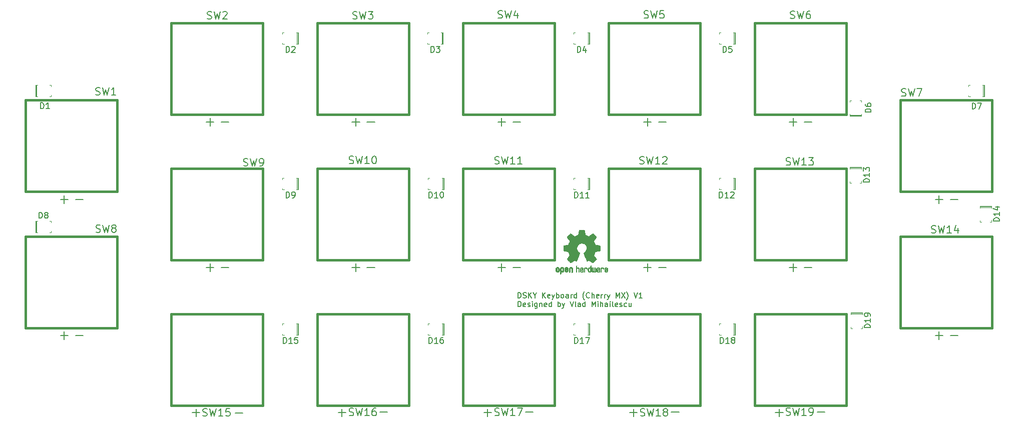
<source format=gbr>
%TF.GenerationSoftware,KiCad,Pcbnew,(5.1.9)-1*%
%TF.CreationDate,2021-03-17T19:25:06-04:00*%
%TF.ProjectId,DSKY_keyboard,44534b59-5f6b-4657-9962-6f6172642e6b,1.0*%
%TF.SameCoordinates,Original*%
%TF.FileFunction,Legend,Top*%
%TF.FilePolarity,Positive*%
%FSLAX46Y46*%
G04 Gerber Fmt 4.6, Leading zero omitted, Abs format (unit mm)*
G04 Created by KiCad (PCBNEW (5.1.9)-1) date 2021-03-17 19:25:06*
%MOMM*%
%LPD*%
G01*
G04 APERTURE LIST*
%ADD10C,0.150000*%
%ADD11C,0.406400*%
%ADD12C,0.010000*%
%ADD13C,0.100000*%
%ADD14C,0.142240*%
G04 APERTURE END LIST*
D10*
X146679285Y-106146642D02*
X146679285Y-105246642D01*
X146893571Y-105246642D01*
X147022142Y-105289500D01*
X147107857Y-105375214D01*
X147150714Y-105460928D01*
X147193571Y-105632357D01*
X147193571Y-105760928D01*
X147150714Y-105932357D01*
X147107857Y-106018071D01*
X147022142Y-106103785D01*
X146893571Y-106146642D01*
X146679285Y-106146642D01*
X147536428Y-106103785D02*
X147665000Y-106146642D01*
X147879285Y-106146642D01*
X147965000Y-106103785D01*
X148007857Y-106060928D01*
X148050714Y-105975214D01*
X148050714Y-105889500D01*
X148007857Y-105803785D01*
X147965000Y-105760928D01*
X147879285Y-105718071D01*
X147707857Y-105675214D01*
X147622142Y-105632357D01*
X147579285Y-105589500D01*
X147536428Y-105503785D01*
X147536428Y-105418071D01*
X147579285Y-105332357D01*
X147622142Y-105289500D01*
X147707857Y-105246642D01*
X147922142Y-105246642D01*
X148050714Y-105289500D01*
X148436428Y-106146642D02*
X148436428Y-105246642D01*
X148950714Y-106146642D02*
X148565000Y-105632357D01*
X148950714Y-105246642D02*
X148436428Y-105760928D01*
X149507857Y-105718071D02*
X149507857Y-106146642D01*
X149207857Y-105246642D02*
X149507857Y-105718071D01*
X149807857Y-105246642D01*
X150793571Y-106146642D02*
X150793571Y-105246642D01*
X151307857Y-106146642D02*
X150922142Y-105632357D01*
X151307857Y-105246642D02*
X150793571Y-105760928D01*
X152036428Y-106103785D02*
X151950714Y-106146642D01*
X151779285Y-106146642D01*
X151693571Y-106103785D01*
X151650714Y-106018071D01*
X151650714Y-105675214D01*
X151693571Y-105589500D01*
X151779285Y-105546642D01*
X151950714Y-105546642D01*
X152036428Y-105589500D01*
X152079285Y-105675214D01*
X152079285Y-105760928D01*
X151650714Y-105846642D01*
X152379285Y-105546642D02*
X152593571Y-106146642D01*
X152807857Y-105546642D02*
X152593571Y-106146642D01*
X152507857Y-106360928D01*
X152465000Y-106403785D01*
X152379285Y-106446642D01*
X153150714Y-106146642D02*
X153150714Y-105246642D01*
X153150714Y-105589500D02*
X153236428Y-105546642D01*
X153407857Y-105546642D01*
X153493571Y-105589500D01*
X153536428Y-105632357D01*
X153579285Y-105718071D01*
X153579285Y-105975214D01*
X153536428Y-106060928D01*
X153493571Y-106103785D01*
X153407857Y-106146642D01*
X153236428Y-106146642D01*
X153150714Y-106103785D01*
X154093571Y-106146642D02*
X154007857Y-106103785D01*
X153965000Y-106060928D01*
X153922142Y-105975214D01*
X153922142Y-105718071D01*
X153965000Y-105632357D01*
X154007857Y-105589500D01*
X154093571Y-105546642D01*
X154222142Y-105546642D01*
X154307857Y-105589500D01*
X154350714Y-105632357D01*
X154393571Y-105718071D01*
X154393571Y-105975214D01*
X154350714Y-106060928D01*
X154307857Y-106103785D01*
X154222142Y-106146642D01*
X154093571Y-106146642D01*
X155165000Y-106146642D02*
X155165000Y-105675214D01*
X155122142Y-105589500D01*
X155036428Y-105546642D01*
X154865000Y-105546642D01*
X154779285Y-105589500D01*
X155165000Y-106103785D02*
X155079285Y-106146642D01*
X154865000Y-106146642D01*
X154779285Y-106103785D01*
X154736428Y-106018071D01*
X154736428Y-105932357D01*
X154779285Y-105846642D01*
X154865000Y-105803785D01*
X155079285Y-105803785D01*
X155165000Y-105760928D01*
X155593571Y-106146642D02*
X155593571Y-105546642D01*
X155593571Y-105718071D02*
X155636428Y-105632357D01*
X155679285Y-105589500D01*
X155765000Y-105546642D01*
X155850714Y-105546642D01*
X156536428Y-106146642D02*
X156536428Y-105246642D01*
X156536428Y-106103785D02*
X156450714Y-106146642D01*
X156279285Y-106146642D01*
X156193571Y-106103785D01*
X156150714Y-106060928D01*
X156107857Y-105975214D01*
X156107857Y-105718071D01*
X156150714Y-105632357D01*
X156193571Y-105589500D01*
X156279285Y-105546642D01*
X156450714Y-105546642D01*
X156536428Y-105589500D01*
X157907857Y-106489500D02*
X157865000Y-106446642D01*
X157779285Y-106318071D01*
X157736428Y-106232357D01*
X157693571Y-106103785D01*
X157650714Y-105889500D01*
X157650714Y-105718071D01*
X157693571Y-105503785D01*
X157736428Y-105375214D01*
X157779285Y-105289500D01*
X157865000Y-105160928D01*
X157907857Y-105118071D01*
X158765000Y-106060928D02*
X158722142Y-106103785D01*
X158593571Y-106146642D01*
X158507857Y-106146642D01*
X158379285Y-106103785D01*
X158293571Y-106018071D01*
X158250714Y-105932357D01*
X158207857Y-105760928D01*
X158207857Y-105632357D01*
X158250714Y-105460928D01*
X158293571Y-105375214D01*
X158379285Y-105289500D01*
X158507857Y-105246642D01*
X158593571Y-105246642D01*
X158722142Y-105289500D01*
X158765000Y-105332357D01*
X159150714Y-106146642D02*
X159150714Y-105246642D01*
X159536428Y-106146642D02*
X159536428Y-105675214D01*
X159493571Y-105589500D01*
X159407857Y-105546642D01*
X159279285Y-105546642D01*
X159193571Y-105589500D01*
X159150714Y-105632357D01*
X160307857Y-106103785D02*
X160222142Y-106146642D01*
X160050714Y-106146642D01*
X159965000Y-106103785D01*
X159922142Y-106018071D01*
X159922142Y-105675214D01*
X159965000Y-105589500D01*
X160050714Y-105546642D01*
X160222142Y-105546642D01*
X160307857Y-105589500D01*
X160350714Y-105675214D01*
X160350714Y-105760928D01*
X159922142Y-105846642D01*
X160736428Y-106146642D02*
X160736428Y-105546642D01*
X160736428Y-105718071D02*
X160779285Y-105632357D01*
X160822142Y-105589500D01*
X160907857Y-105546642D01*
X160993571Y-105546642D01*
X161293571Y-106146642D02*
X161293571Y-105546642D01*
X161293571Y-105718071D02*
X161336428Y-105632357D01*
X161379285Y-105589500D01*
X161465000Y-105546642D01*
X161550714Y-105546642D01*
X161765000Y-105546642D02*
X161979285Y-106146642D01*
X162193571Y-105546642D02*
X161979285Y-106146642D01*
X161893571Y-106360928D01*
X161850714Y-106403785D01*
X161765000Y-106446642D01*
X163222142Y-106146642D02*
X163222142Y-105246642D01*
X163522142Y-105889500D01*
X163822142Y-105246642D01*
X163822142Y-106146642D01*
X164165000Y-105246642D02*
X164765000Y-106146642D01*
X164765000Y-105246642D02*
X164165000Y-106146642D01*
X165022142Y-106489500D02*
X165065000Y-106446642D01*
X165150714Y-106318071D01*
X165193571Y-106232357D01*
X165236428Y-106103785D01*
X165279285Y-105889500D01*
X165279285Y-105718071D01*
X165236428Y-105503785D01*
X165193571Y-105375214D01*
X165150714Y-105289500D01*
X165065000Y-105160928D01*
X165022142Y-105118071D01*
X166265000Y-105246642D02*
X166565000Y-106146642D01*
X166865000Y-105246642D01*
X167636428Y-106146642D02*
X167122142Y-106146642D01*
X167379285Y-106146642D02*
X167379285Y-105246642D01*
X167293571Y-105375214D01*
X167207857Y-105460928D01*
X167122142Y-105503785D01*
X146679285Y-107646642D02*
X146679285Y-106746642D01*
X146893571Y-106746642D01*
X147022142Y-106789500D01*
X147107857Y-106875214D01*
X147150714Y-106960928D01*
X147193571Y-107132357D01*
X147193571Y-107260928D01*
X147150714Y-107432357D01*
X147107857Y-107518071D01*
X147022142Y-107603785D01*
X146893571Y-107646642D01*
X146679285Y-107646642D01*
X147922142Y-107603785D02*
X147836428Y-107646642D01*
X147665000Y-107646642D01*
X147579285Y-107603785D01*
X147536428Y-107518071D01*
X147536428Y-107175214D01*
X147579285Y-107089500D01*
X147665000Y-107046642D01*
X147836428Y-107046642D01*
X147922142Y-107089500D01*
X147965000Y-107175214D01*
X147965000Y-107260928D01*
X147536428Y-107346642D01*
X148307857Y-107603785D02*
X148393571Y-107646642D01*
X148565000Y-107646642D01*
X148650714Y-107603785D01*
X148693571Y-107518071D01*
X148693571Y-107475214D01*
X148650714Y-107389500D01*
X148565000Y-107346642D01*
X148436428Y-107346642D01*
X148350714Y-107303785D01*
X148307857Y-107218071D01*
X148307857Y-107175214D01*
X148350714Y-107089500D01*
X148436428Y-107046642D01*
X148565000Y-107046642D01*
X148650714Y-107089500D01*
X149079285Y-107646642D02*
X149079285Y-107046642D01*
X149079285Y-106746642D02*
X149036428Y-106789500D01*
X149079285Y-106832357D01*
X149122142Y-106789500D01*
X149079285Y-106746642D01*
X149079285Y-106832357D01*
X149893571Y-107046642D02*
X149893571Y-107775214D01*
X149850714Y-107860928D01*
X149807857Y-107903785D01*
X149722142Y-107946642D01*
X149593571Y-107946642D01*
X149507857Y-107903785D01*
X149893571Y-107603785D02*
X149807857Y-107646642D01*
X149636428Y-107646642D01*
X149550714Y-107603785D01*
X149507857Y-107560928D01*
X149465000Y-107475214D01*
X149465000Y-107218071D01*
X149507857Y-107132357D01*
X149550714Y-107089500D01*
X149636428Y-107046642D01*
X149807857Y-107046642D01*
X149893571Y-107089500D01*
X150322142Y-107046642D02*
X150322142Y-107646642D01*
X150322142Y-107132357D02*
X150365000Y-107089500D01*
X150450714Y-107046642D01*
X150579285Y-107046642D01*
X150665000Y-107089500D01*
X150707857Y-107175214D01*
X150707857Y-107646642D01*
X151479285Y-107603785D02*
X151393571Y-107646642D01*
X151222142Y-107646642D01*
X151136428Y-107603785D01*
X151093571Y-107518071D01*
X151093571Y-107175214D01*
X151136428Y-107089500D01*
X151222142Y-107046642D01*
X151393571Y-107046642D01*
X151479285Y-107089500D01*
X151522142Y-107175214D01*
X151522142Y-107260928D01*
X151093571Y-107346642D01*
X152293571Y-107646642D02*
X152293571Y-106746642D01*
X152293571Y-107603785D02*
X152207857Y-107646642D01*
X152036428Y-107646642D01*
X151950714Y-107603785D01*
X151907857Y-107560928D01*
X151865000Y-107475214D01*
X151865000Y-107218071D01*
X151907857Y-107132357D01*
X151950714Y-107089500D01*
X152036428Y-107046642D01*
X152207857Y-107046642D01*
X152293571Y-107089500D01*
X153407857Y-107646642D02*
X153407857Y-106746642D01*
X153407857Y-107089500D02*
X153493571Y-107046642D01*
X153665000Y-107046642D01*
X153750714Y-107089500D01*
X153793571Y-107132357D01*
X153836428Y-107218071D01*
X153836428Y-107475214D01*
X153793571Y-107560928D01*
X153750714Y-107603785D01*
X153665000Y-107646642D01*
X153493571Y-107646642D01*
X153407857Y-107603785D01*
X154136428Y-107046642D02*
X154350714Y-107646642D01*
X154565000Y-107046642D02*
X154350714Y-107646642D01*
X154265000Y-107860928D01*
X154222142Y-107903785D01*
X154136428Y-107946642D01*
X155465000Y-106746642D02*
X155765000Y-107646642D01*
X156065000Y-106746642D01*
X156493571Y-107646642D02*
X156407857Y-107603785D01*
X156365000Y-107518071D01*
X156365000Y-106746642D01*
X157222142Y-107646642D02*
X157222142Y-107175214D01*
X157179285Y-107089500D01*
X157093571Y-107046642D01*
X156922142Y-107046642D01*
X156836428Y-107089500D01*
X157222142Y-107603785D02*
X157136428Y-107646642D01*
X156922142Y-107646642D01*
X156836428Y-107603785D01*
X156793571Y-107518071D01*
X156793571Y-107432357D01*
X156836428Y-107346642D01*
X156922142Y-107303785D01*
X157136428Y-107303785D01*
X157222142Y-107260928D01*
X158036428Y-107646642D02*
X158036428Y-106746642D01*
X158036428Y-107603785D02*
X157950714Y-107646642D01*
X157779285Y-107646642D01*
X157693571Y-107603785D01*
X157650714Y-107560928D01*
X157607857Y-107475214D01*
X157607857Y-107218071D01*
X157650714Y-107132357D01*
X157693571Y-107089500D01*
X157779285Y-107046642D01*
X157950714Y-107046642D01*
X158036428Y-107089500D01*
X159150714Y-107646642D02*
X159150714Y-106746642D01*
X159450714Y-107389500D01*
X159750714Y-106746642D01*
X159750714Y-107646642D01*
X160179285Y-107646642D02*
X160179285Y-107046642D01*
X160179285Y-106746642D02*
X160136428Y-106789500D01*
X160179285Y-106832357D01*
X160222142Y-106789500D01*
X160179285Y-106746642D01*
X160179285Y-106832357D01*
X160607857Y-107646642D02*
X160607857Y-106746642D01*
X160993571Y-107646642D02*
X160993571Y-107175214D01*
X160950714Y-107089500D01*
X160865000Y-107046642D01*
X160736428Y-107046642D01*
X160650714Y-107089500D01*
X160607857Y-107132357D01*
X161807857Y-107646642D02*
X161807857Y-107175214D01*
X161765000Y-107089500D01*
X161679285Y-107046642D01*
X161507857Y-107046642D01*
X161422142Y-107089500D01*
X161807857Y-107603785D02*
X161722142Y-107646642D01*
X161507857Y-107646642D01*
X161422142Y-107603785D01*
X161379285Y-107518071D01*
X161379285Y-107432357D01*
X161422142Y-107346642D01*
X161507857Y-107303785D01*
X161722142Y-107303785D01*
X161807857Y-107260928D01*
X162236428Y-107646642D02*
X162236428Y-107046642D01*
X162236428Y-106746642D02*
X162193571Y-106789500D01*
X162236428Y-106832357D01*
X162279285Y-106789500D01*
X162236428Y-106746642D01*
X162236428Y-106832357D01*
X162793571Y-107646642D02*
X162707857Y-107603785D01*
X162665000Y-107518071D01*
X162665000Y-106746642D01*
X163479285Y-107603785D02*
X163393571Y-107646642D01*
X163222142Y-107646642D01*
X163136428Y-107603785D01*
X163093571Y-107518071D01*
X163093571Y-107175214D01*
X163136428Y-107089500D01*
X163222142Y-107046642D01*
X163393571Y-107046642D01*
X163479285Y-107089500D01*
X163522142Y-107175214D01*
X163522142Y-107260928D01*
X163093571Y-107346642D01*
X163865000Y-107603785D02*
X163950714Y-107646642D01*
X164122142Y-107646642D01*
X164207857Y-107603785D01*
X164250714Y-107518071D01*
X164250714Y-107475214D01*
X164207857Y-107389500D01*
X164122142Y-107346642D01*
X163993571Y-107346642D01*
X163907857Y-107303785D01*
X163865000Y-107218071D01*
X163865000Y-107175214D01*
X163907857Y-107089500D01*
X163993571Y-107046642D01*
X164122142Y-107046642D01*
X164207857Y-107089500D01*
X165022142Y-107603785D02*
X164936428Y-107646642D01*
X164765000Y-107646642D01*
X164679285Y-107603785D01*
X164636428Y-107560928D01*
X164593571Y-107475214D01*
X164593571Y-107218071D01*
X164636428Y-107132357D01*
X164679285Y-107089500D01*
X164765000Y-107046642D01*
X164936428Y-107046642D01*
X165022142Y-107089500D01*
X165793571Y-107046642D02*
X165793571Y-107646642D01*
X165407857Y-107046642D02*
X165407857Y-107518071D01*
X165450714Y-107603785D01*
X165536428Y-107646642D01*
X165665000Y-107646642D01*
X165750714Y-107603785D01*
X165793571Y-107560928D01*
D11*
%TO.C,SW2*%
X103510300Y-59576000D02*
X88016300Y-59576000D01*
X103510300Y-75070000D02*
X103510300Y-59576000D01*
X88016300Y-75070000D02*
X103510300Y-75070000D01*
X88016300Y-59576000D02*
X88016300Y-75070000D01*
D12*
%TO.C,REF1*%
G36*
X157556378Y-94649276D02*
G01*
X157662112Y-94649855D01*
X157738632Y-94651422D01*
X157790872Y-94654472D01*
X157823763Y-94659496D01*
X157842237Y-94666989D01*
X157851227Y-94677444D01*
X157855663Y-94691353D01*
X157856094Y-94693154D01*
X157862833Y-94725645D01*
X157875308Y-94789752D01*
X157892219Y-94878651D01*
X157912271Y-94985519D01*
X157934164Y-95103533D01*
X157934929Y-95107678D01*
X157956859Y-95223331D01*
X157977377Y-95325514D01*
X157995159Y-95408098D01*
X158008881Y-95464956D01*
X158017218Y-95489958D01*
X158017616Y-95490401D01*
X158042177Y-95502610D01*
X158092815Y-95522956D01*
X158158595Y-95547045D01*
X158158961Y-95547174D01*
X158241817Y-95578318D01*
X158339500Y-95617991D01*
X158431577Y-95657881D01*
X158435934Y-95659853D01*
X158585907Y-95727920D01*
X158917998Y-95501139D01*
X159019874Y-95432004D01*
X159112157Y-95370197D01*
X159189503Y-95319233D01*
X159246564Y-95282627D01*
X159277995Y-95263894D01*
X159280979Y-95262504D01*
X159303821Y-95268690D01*
X159346482Y-95298535D01*
X159410628Y-95353447D01*
X159497921Y-95434834D01*
X159587035Y-95521422D01*
X159672941Y-95606747D01*
X159749827Y-95684608D01*
X159813064Y-95750197D01*
X159858023Y-95798705D01*
X159880076Y-95825325D01*
X159880896Y-95826695D01*
X159883334Y-95844963D01*
X159874150Y-95874795D01*
X159851074Y-95920221D01*
X159811837Y-95985270D01*
X159754170Y-96073970D01*
X159677295Y-96188157D01*
X159609070Y-96288662D01*
X159548082Y-96378803D01*
X159497856Y-96453349D01*
X159461916Y-96507065D01*
X159443787Y-96534718D01*
X159442646Y-96536595D01*
X159444859Y-96563090D01*
X159461638Y-96614586D01*
X159489642Y-96681351D01*
X159499622Y-96702672D01*
X159543172Y-96797659D01*
X159589634Y-96905437D01*
X159627377Y-96998692D01*
X159654573Y-97067906D01*
X159676175Y-97120506D01*
X159688658Y-97147997D01*
X159690209Y-97150116D01*
X159713168Y-97153624D01*
X159767286Y-97163238D01*
X159845368Y-97177589D01*
X159940219Y-97195307D01*
X160044643Y-97215025D01*
X160151444Y-97235374D01*
X160253426Y-97254986D01*
X160343394Y-97272491D01*
X160414153Y-97286522D01*
X160458506Y-97295709D01*
X160469385Y-97298307D01*
X160480622Y-97304718D01*
X160489105Y-97319197D01*
X160495214Y-97346633D01*
X160499332Y-97391911D01*
X160501841Y-97459920D01*
X160503121Y-97555547D01*
X160503554Y-97683680D01*
X160503577Y-97736201D01*
X160503577Y-98163345D01*
X160401000Y-98183591D01*
X160343931Y-98194570D01*
X160258769Y-98210595D01*
X160155872Y-98229733D01*
X160045596Y-98250051D01*
X160015115Y-98255632D01*
X159913355Y-98275417D01*
X159824705Y-98294873D01*
X159756608Y-98312197D01*
X159716504Y-98325588D01*
X159709823Y-98329579D01*
X159693419Y-98357842D01*
X159669899Y-98412609D01*
X159643816Y-98483088D01*
X159638642Y-98498269D01*
X159604456Y-98592396D01*
X159562023Y-98698601D01*
X159520497Y-98793973D01*
X159520292Y-98794416D01*
X159451140Y-98944025D01*
X159906012Y-99613117D01*
X159614000Y-99905616D01*
X159525680Y-99992670D01*
X159445125Y-100069409D01*
X159376860Y-100131737D01*
X159325408Y-100175556D01*
X159295294Y-100196770D01*
X159290974Y-100198116D01*
X159265611Y-100187516D01*
X159213858Y-100158047D01*
X159141368Y-100113205D01*
X159053794Y-100056484D01*
X158959112Y-99992962D01*
X158863016Y-99928168D01*
X158777337Y-99871787D01*
X158707516Y-99827288D01*
X158658994Y-99798139D01*
X158637282Y-99787808D01*
X158610793Y-99796550D01*
X158560562Y-99819587D01*
X158496951Y-99852131D01*
X158490208Y-99855749D01*
X158404546Y-99898710D01*
X158345806Y-99919779D01*
X158309272Y-99920003D01*
X158290231Y-99900428D01*
X158290120Y-99900154D01*
X158280602Y-99876972D01*
X158257903Y-99821941D01*
X158223782Y-99739322D01*
X158180000Y-99633372D01*
X158128316Y-99508352D01*
X158070492Y-99368520D01*
X158014491Y-99233137D01*
X157952947Y-99083734D01*
X157896439Y-98945332D01*
X157846661Y-98822173D01*
X157805306Y-98718502D01*
X157774068Y-98638559D01*
X157754641Y-98586588D01*
X157748654Y-98567192D01*
X157763668Y-98544943D01*
X157802939Y-98509482D01*
X157855307Y-98470387D01*
X158004441Y-98346745D01*
X158121011Y-98205022D01*
X158203618Y-98048204D01*
X158250866Y-97879275D01*
X158261357Y-97701222D01*
X158253731Y-97619039D01*
X158212182Y-97448531D01*
X158140623Y-97297959D01*
X158043495Y-97168809D01*
X157925234Y-97062564D01*
X157790280Y-96980710D01*
X157643071Y-96924732D01*
X157488044Y-96896115D01*
X157329639Y-96896344D01*
X157172294Y-96926905D01*
X157020446Y-96989282D01*
X156878535Y-97084960D01*
X156819303Y-97139072D01*
X156705703Y-97278020D01*
X156626606Y-97429861D01*
X156581486Y-97590167D01*
X156569816Y-97754512D01*
X156591069Y-97918471D01*
X156644720Y-98077618D01*
X156730240Y-98227525D01*
X156847105Y-98363767D01*
X156977693Y-98470387D01*
X157032088Y-98511142D01*
X157070514Y-98546218D01*
X157084346Y-98567226D01*
X157077103Y-98590135D01*
X157056505Y-98644865D01*
X157024246Y-98727172D01*
X156982021Y-98832815D01*
X156931523Y-98957550D01*
X156874448Y-99097136D01*
X156818354Y-99233170D01*
X156756467Y-99382701D01*
X156699144Y-99521267D01*
X156648144Y-99644607D01*
X156605227Y-99748464D01*
X156572153Y-99828580D01*
X156550681Y-99880695D01*
X156542725Y-99900154D01*
X156523929Y-99919923D01*
X156487574Y-99919865D01*
X156428979Y-99898941D01*
X156343468Y-99856113D01*
X156342792Y-99855749D01*
X156278407Y-99822512D01*
X156226361Y-99798302D01*
X156197012Y-99787904D01*
X156195717Y-99787808D01*
X156173624Y-99798355D01*
X156124848Y-99827684D01*
X156054831Y-99872327D01*
X155969014Y-99928814D01*
X155873888Y-99992962D01*
X155777040Y-100057911D01*
X155689753Y-100114396D01*
X155617681Y-100158921D01*
X155566477Y-100187990D01*
X155542026Y-100198116D01*
X155519510Y-100184807D01*
X155474242Y-100147612D01*
X155410744Y-100090628D01*
X155333539Y-100017949D01*
X155247151Y-99933671D01*
X155218899Y-99905516D01*
X154926787Y-99612916D01*
X155149131Y-99286604D01*
X155216702Y-99186397D01*
X155276007Y-99096463D01*
X155323717Y-99022010D01*
X155356507Y-98968251D01*
X155371048Y-98940394D01*
X155371474Y-98938412D01*
X155363808Y-98912155D01*
X155343189Y-98859337D01*
X155313185Y-98788810D01*
X155292125Y-98741593D01*
X155252748Y-98651194D01*
X155215665Y-98559866D01*
X155186915Y-98482700D01*
X155179105Y-98459192D01*
X155156917Y-98396416D01*
X155135227Y-98347911D01*
X155123313Y-98329579D01*
X155097023Y-98318359D01*
X155039642Y-98302454D01*
X154958618Y-98283667D01*
X154861395Y-98263799D01*
X154817885Y-98255632D01*
X154707396Y-98235329D01*
X154601416Y-98215670D01*
X154510301Y-98198588D01*
X154444408Y-98186018D01*
X154432000Y-98183591D01*
X154329423Y-98163345D01*
X154329423Y-97736201D01*
X154329653Y-97595746D01*
X154330599Y-97489479D01*
X154332641Y-97412513D01*
X154336162Y-97359960D01*
X154341543Y-97326933D01*
X154349166Y-97308545D01*
X154359412Y-97299908D01*
X154363615Y-97298307D01*
X154388970Y-97292627D01*
X154444984Y-97281295D01*
X154524464Y-97265679D01*
X154620212Y-97247147D01*
X154725033Y-97227069D01*
X154831732Y-97206812D01*
X154933113Y-97187746D01*
X155021979Y-97171239D01*
X155091137Y-97158659D01*
X155133389Y-97151375D01*
X155142790Y-97150116D01*
X155151307Y-97133263D01*
X155170160Y-97088370D01*
X155195824Y-97023930D01*
X155205623Y-96998692D01*
X155245148Y-96901186D01*
X155291692Y-96793459D01*
X155333377Y-96702672D01*
X155364050Y-96633253D01*
X155384456Y-96576210D01*
X155391268Y-96541277D01*
X155390182Y-96536595D01*
X155375785Y-96514491D01*
X155342912Y-96465331D01*
X155295090Y-96394348D01*
X155235848Y-96306778D01*
X155168715Y-96207857D01*
X155155441Y-96188330D01*
X155077546Y-96072640D01*
X155020287Y-95984544D01*
X154981381Y-95919986D01*
X154958544Y-95874911D01*
X154949494Y-95845263D01*
X154951948Y-95826985D01*
X154952011Y-95826869D01*
X154971327Y-95802861D01*
X155014051Y-95756447D01*
X155075551Y-95692437D01*
X155151198Y-95615645D01*
X155236361Y-95530882D01*
X155245965Y-95521422D01*
X155353290Y-95417489D01*
X155436115Y-95341175D01*
X155496105Y-95291071D01*
X155534923Y-95265770D01*
X155552020Y-95262504D01*
X155576973Y-95276750D01*
X155628755Y-95309656D01*
X155702020Y-95357708D01*
X155791420Y-95417390D01*
X155891611Y-95485188D01*
X155915001Y-95501139D01*
X156247093Y-95727920D01*
X156397065Y-95659853D01*
X156488270Y-95620185D01*
X156586169Y-95580291D01*
X156670331Y-95548483D01*
X156674038Y-95547174D01*
X156739869Y-95523076D01*
X156790616Y-95502700D01*
X156815342Y-95490436D01*
X156815384Y-95490401D01*
X156823229Y-95468234D01*
X156836566Y-95413717D01*
X156854070Y-95332980D01*
X156874417Y-95232150D01*
X156896282Y-95117356D01*
X156898071Y-95107678D01*
X156920004Y-94989404D01*
X156940140Y-94882042D01*
X156957180Y-94792417D01*
X156969828Y-94727351D01*
X156976784Y-94693668D01*
X156976906Y-94693154D01*
X156981139Y-94678825D01*
X156989371Y-94668007D01*
X157006533Y-94660206D01*
X157037558Y-94654929D01*
X157087378Y-94651682D01*
X157160924Y-94649972D01*
X157263129Y-94649307D01*
X157398925Y-94649193D01*
X157416500Y-94649192D01*
X157556378Y-94649276D01*
G37*
X157556378Y-94649276D02*
X157662112Y-94649855D01*
X157738632Y-94651422D01*
X157790872Y-94654472D01*
X157823763Y-94659496D01*
X157842237Y-94666989D01*
X157851227Y-94677444D01*
X157855663Y-94691353D01*
X157856094Y-94693154D01*
X157862833Y-94725645D01*
X157875308Y-94789752D01*
X157892219Y-94878651D01*
X157912271Y-94985519D01*
X157934164Y-95103533D01*
X157934929Y-95107678D01*
X157956859Y-95223331D01*
X157977377Y-95325514D01*
X157995159Y-95408098D01*
X158008881Y-95464956D01*
X158017218Y-95489958D01*
X158017616Y-95490401D01*
X158042177Y-95502610D01*
X158092815Y-95522956D01*
X158158595Y-95547045D01*
X158158961Y-95547174D01*
X158241817Y-95578318D01*
X158339500Y-95617991D01*
X158431577Y-95657881D01*
X158435934Y-95659853D01*
X158585907Y-95727920D01*
X158917998Y-95501139D01*
X159019874Y-95432004D01*
X159112157Y-95370197D01*
X159189503Y-95319233D01*
X159246564Y-95282627D01*
X159277995Y-95263894D01*
X159280979Y-95262504D01*
X159303821Y-95268690D01*
X159346482Y-95298535D01*
X159410628Y-95353447D01*
X159497921Y-95434834D01*
X159587035Y-95521422D01*
X159672941Y-95606747D01*
X159749827Y-95684608D01*
X159813064Y-95750197D01*
X159858023Y-95798705D01*
X159880076Y-95825325D01*
X159880896Y-95826695D01*
X159883334Y-95844963D01*
X159874150Y-95874795D01*
X159851074Y-95920221D01*
X159811837Y-95985270D01*
X159754170Y-96073970D01*
X159677295Y-96188157D01*
X159609070Y-96288662D01*
X159548082Y-96378803D01*
X159497856Y-96453349D01*
X159461916Y-96507065D01*
X159443787Y-96534718D01*
X159442646Y-96536595D01*
X159444859Y-96563090D01*
X159461638Y-96614586D01*
X159489642Y-96681351D01*
X159499622Y-96702672D01*
X159543172Y-96797659D01*
X159589634Y-96905437D01*
X159627377Y-96998692D01*
X159654573Y-97067906D01*
X159676175Y-97120506D01*
X159688658Y-97147997D01*
X159690209Y-97150116D01*
X159713168Y-97153624D01*
X159767286Y-97163238D01*
X159845368Y-97177589D01*
X159940219Y-97195307D01*
X160044643Y-97215025D01*
X160151444Y-97235374D01*
X160253426Y-97254986D01*
X160343394Y-97272491D01*
X160414153Y-97286522D01*
X160458506Y-97295709D01*
X160469385Y-97298307D01*
X160480622Y-97304718D01*
X160489105Y-97319197D01*
X160495214Y-97346633D01*
X160499332Y-97391911D01*
X160501841Y-97459920D01*
X160503121Y-97555547D01*
X160503554Y-97683680D01*
X160503577Y-97736201D01*
X160503577Y-98163345D01*
X160401000Y-98183591D01*
X160343931Y-98194570D01*
X160258769Y-98210595D01*
X160155872Y-98229733D01*
X160045596Y-98250051D01*
X160015115Y-98255632D01*
X159913355Y-98275417D01*
X159824705Y-98294873D01*
X159756608Y-98312197D01*
X159716504Y-98325588D01*
X159709823Y-98329579D01*
X159693419Y-98357842D01*
X159669899Y-98412609D01*
X159643816Y-98483088D01*
X159638642Y-98498269D01*
X159604456Y-98592396D01*
X159562023Y-98698601D01*
X159520497Y-98793973D01*
X159520292Y-98794416D01*
X159451140Y-98944025D01*
X159906012Y-99613117D01*
X159614000Y-99905616D01*
X159525680Y-99992670D01*
X159445125Y-100069409D01*
X159376860Y-100131737D01*
X159325408Y-100175556D01*
X159295294Y-100196770D01*
X159290974Y-100198116D01*
X159265611Y-100187516D01*
X159213858Y-100158047D01*
X159141368Y-100113205D01*
X159053794Y-100056484D01*
X158959112Y-99992962D01*
X158863016Y-99928168D01*
X158777337Y-99871787D01*
X158707516Y-99827288D01*
X158658994Y-99798139D01*
X158637282Y-99787808D01*
X158610793Y-99796550D01*
X158560562Y-99819587D01*
X158496951Y-99852131D01*
X158490208Y-99855749D01*
X158404546Y-99898710D01*
X158345806Y-99919779D01*
X158309272Y-99920003D01*
X158290231Y-99900428D01*
X158290120Y-99900154D01*
X158280602Y-99876972D01*
X158257903Y-99821941D01*
X158223782Y-99739322D01*
X158180000Y-99633372D01*
X158128316Y-99508352D01*
X158070492Y-99368520D01*
X158014491Y-99233137D01*
X157952947Y-99083734D01*
X157896439Y-98945332D01*
X157846661Y-98822173D01*
X157805306Y-98718502D01*
X157774068Y-98638559D01*
X157754641Y-98586588D01*
X157748654Y-98567192D01*
X157763668Y-98544943D01*
X157802939Y-98509482D01*
X157855307Y-98470387D01*
X158004441Y-98346745D01*
X158121011Y-98205022D01*
X158203618Y-98048204D01*
X158250866Y-97879275D01*
X158261357Y-97701222D01*
X158253731Y-97619039D01*
X158212182Y-97448531D01*
X158140623Y-97297959D01*
X158043495Y-97168809D01*
X157925234Y-97062564D01*
X157790280Y-96980710D01*
X157643071Y-96924732D01*
X157488044Y-96896115D01*
X157329639Y-96896344D01*
X157172294Y-96926905D01*
X157020446Y-96989282D01*
X156878535Y-97084960D01*
X156819303Y-97139072D01*
X156705703Y-97278020D01*
X156626606Y-97429861D01*
X156581486Y-97590167D01*
X156569816Y-97754512D01*
X156591069Y-97918471D01*
X156644720Y-98077618D01*
X156730240Y-98227525D01*
X156847105Y-98363767D01*
X156977693Y-98470387D01*
X157032088Y-98511142D01*
X157070514Y-98546218D01*
X157084346Y-98567226D01*
X157077103Y-98590135D01*
X157056505Y-98644865D01*
X157024246Y-98727172D01*
X156982021Y-98832815D01*
X156931523Y-98957550D01*
X156874448Y-99097136D01*
X156818354Y-99233170D01*
X156756467Y-99382701D01*
X156699144Y-99521267D01*
X156648144Y-99644607D01*
X156605227Y-99748464D01*
X156572153Y-99828580D01*
X156550681Y-99880695D01*
X156542725Y-99900154D01*
X156523929Y-99919923D01*
X156487574Y-99919865D01*
X156428979Y-99898941D01*
X156343468Y-99856113D01*
X156342792Y-99855749D01*
X156278407Y-99822512D01*
X156226361Y-99798302D01*
X156197012Y-99787904D01*
X156195717Y-99787808D01*
X156173624Y-99798355D01*
X156124848Y-99827684D01*
X156054831Y-99872327D01*
X155969014Y-99928814D01*
X155873888Y-99992962D01*
X155777040Y-100057911D01*
X155689753Y-100114396D01*
X155617681Y-100158921D01*
X155566477Y-100187990D01*
X155542026Y-100198116D01*
X155519510Y-100184807D01*
X155474242Y-100147612D01*
X155410744Y-100090628D01*
X155333539Y-100017949D01*
X155247151Y-99933671D01*
X155218899Y-99905516D01*
X154926787Y-99612916D01*
X155149131Y-99286604D01*
X155216702Y-99186397D01*
X155276007Y-99096463D01*
X155323717Y-99022010D01*
X155356507Y-98968251D01*
X155371048Y-98940394D01*
X155371474Y-98938412D01*
X155363808Y-98912155D01*
X155343189Y-98859337D01*
X155313185Y-98788810D01*
X155292125Y-98741593D01*
X155252748Y-98651194D01*
X155215665Y-98559866D01*
X155186915Y-98482700D01*
X155179105Y-98459192D01*
X155156917Y-98396416D01*
X155135227Y-98347911D01*
X155123313Y-98329579D01*
X155097023Y-98318359D01*
X155039642Y-98302454D01*
X154958618Y-98283667D01*
X154861395Y-98263799D01*
X154817885Y-98255632D01*
X154707396Y-98235329D01*
X154601416Y-98215670D01*
X154510301Y-98198588D01*
X154444408Y-98186018D01*
X154432000Y-98183591D01*
X154329423Y-98163345D01*
X154329423Y-97736201D01*
X154329653Y-97595746D01*
X154330599Y-97489479D01*
X154332641Y-97412513D01*
X154336162Y-97359960D01*
X154341543Y-97326933D01*
X154349166Y-97308545D01*
X154359412Y-97299908D01*
X154363615Y-97298307D01*
X154388970Y-97292627D01*
X154444984Y-97281295D01*
X154524464Y-97265679D01*
X154620212Y-97247147D01*
X154725033Y-97227069D01*
X154831732Y-97206812D01*
X154933113Y-97187746D01*
X155021979Y-97171239D01*
X155091137Y-97158659D01*
X155133389Y-97151375D01*
X155142790Y-97150116D01*
X155151307Y-97133263D01*
X155170160Y-97088370D01*
X155195824Y-97023930D01*
X155205623Y-96998692D01*
X155245148Y-96901186D01*
X155291692Y-96793459D01*
X155333377Y-96702672D01*
X155364050Y-96633253D01*
X155384456Y-96576210D01*
X155391268Y-96541277D01*
X155390182Y-96536595D01*
X155375785Y-96514491D01*
X155342912Y-96465331D01*
X155295090Y-96394348D01*
X155235848Y-96306778D01*
X155168715Y-96207857D01*
X155155441Y-96188330D01*
X155077546Y-96072640D01*
X155020287Y-95984544D01*
X154981381Y-95919986D01*
X154958544Y-95874911D01*
X154949494Y-95845263D01*
X154951948Y-95826985D01*
X154952011Y-95826869D01*
X154971327Y-95802861D01*
X155014051Y-95756447D01*
X155075551Y-95692437D01*
X155151198Y-95615645D01*
X155236361Y-95530882D01*
X155245965Y-95521422D01*
X155353290Y-95417489D01*
X155436115Y-95341175D01*
X155496105Y-95291071D01*
X155534923Y-95265770D01*
X155552020Y-95262504D01*
X155576973Y-95276750D01*
X155628755Y-95309656D01*
X155702020Y-95357708D01*
X155791420Y-95417390D01*
X155891611Y-95485188D01*
X155915001Y-95501139D01*
X156247093Y-95727920D01*
X156397065Y-95659853D01*
X156488270Y-95620185D01*
X156586169Y-95580291D01*
X156670331Y-95548483D01*
X156674038Y-95547174D01*
X156739869Y-95523076D01*
X156790616Y-95502700D01*
X156815342Y-95490436D01*
X156815384Y-95490401D01*
X156823229Y-95468234D01*
X156836566Y-95413717D01*
X156854070Y-95332980D01*
X156874417Y-95232150D01*
X156896282Y-95117356D01*
X156898071Y-95107678D01*
X156920004Y-94989404D01*
X156940140Y-94882042D01*
X156957180Y-94792417D01*
X156969828Y-94727351D01*
X156976784Y-94693668D01*
X156976906Y-94693154D01*
X156981139Y-94678825D01*
X156989371Y-94668007D01*
X157006533Y-94660206D01*
X157037558Y-94654929D01*
X157087378Y-94651682D01*
X157160924Y-94649972D01*
X157263129Y-94649307D01*
X157398925Y-94649193D01*
X157416500Y-94649192D01*
X157556378Y-94649276D01*
G36*
X161661724Y-101009338D02*
G01*
X161739028Y-101059861D01*
X161776314Y-101105090D01*
X161805853Y-101187163D01*
X161808199Y-101252107D01*
X161802885Y-101338945D01*
X161602615Y-101426603D01*
X161505239Y-101471387D01*
X161441613Y-101507413D01*
X161408529Y-101538617D01*
X161402780Y-101568936D01*
X161421158Y-101602305D01*
X161441423Y-101624423D01*
X161500389Y-101659893D01*
X161564524Y-101662379D01*
X161623426Y-101634735D01*
X161666697Y-101579820D01*
X161674436Y-101560428D01*
X161711506Y-101499864D01*
X161754154Y-101474052D01*
X161812654Y-101451971D01*
X161812654Y-101535684D01*
X161807482Y-101592650D01*
X161787223Y-101640689D01*
X161744762Y-101695846D01*
X161738451Y-101703014D01*
X161691220Y-101752085D01*
X161650621Y-101778420D01*
X161599828Y-101790535D01*
X161557720Y-101794503D01*
X161482402Y-101795491D01*
X161428786Y-101782966D01*
X161395338Y-101764369D01*
X161342768Y-101723475D01*
X161306379Y-101679248D01*
X161283350Y-101623626D01*
X161270859Y-101548547D01*
X161266087Y-101445949D01*
X161265706Y-101393876D01*
X161267001Y-101331448D01*
X161384971Y-101331448D01*
X161386339Y-101364938D01*
X161389749Y-101370423D01*
X161412253Y-101362972D01*
X161460682Y-101343253D01*
X161525408Y-101315218D01*
X161538943Y-101309192D01*
X161620744Y-101267596D01*
X161665812Y-101231038D01*
X161675717Y-101196796D01*
X161652026Y-101162148D01*
X161632460Y-101146839D01*
X161561860Y-101116221D01*
X161495780Y-101121280D01*
X161440459Y-101158651D01*
X161402136Y-101224973D01*
X161389849Y-101277616D01*
X161384971Y-101331448D01*
X161267001Y-101331448D01*
X161268230Y-101272220D01*
X161277532Y-101182210D01*
X161295960Y-101116667D01*
X161325860Y-101068412D01*
X161369580Y-101030267D01*
X161388641Y-101017940D01*
X161475226Y-100985836D01*
X161570022Y-100983816D01*
X161661724Y-101009338D01*
G37*
X161661724Y-101009338D02*
X161739028Y-101059861D01*
X161776314Y-101105090D01*
X161805853Y-101187163D01*
X161808199Y-101252107D01*
X161802885Y-101338945D01*
X161602615Y-101426603D01*
X161505239Y-101471387D01*
X161441613Y-101507413D01*
X161408529Y-101538617D01*
X161402780Y-101568936D01*
X161421158Y-101602305D01*
X161441423Y-101624423D01*
X161500389Y-101659893D01*
X161564524Y-101662379D01*
X161623426Y-101634735D01*
X161666697Y-101579820D01*
X161674436Y-101560428D01*
X161711506Y-101499864D01*
X161754154Y-101474052D01*
X161812654Y-101451971D01*
X161812654Y-101535684D01*
X161807482Y-101592650D01*
X161787223Y-101640689D01*
X161744762Y-101695846D01*
X161738451Y-101703014D01*
X161691220Y-101752085D01*
X161650621Y-101778420D01*
X161599828Y-101790535D01*
X161557720Y-101794503D01*
X161482402Y-101795491D01*
X161428786Y-101782966D01*
X161395338Y-101764369D01*
X161342768Y-101723475D01*
X161306379Y-101679248D01*
X161283350Y-101623626D01*
X161270859Y-101548547D01*
X161266087Y-101445949D01*
X161265706Y-101393876D01*
X161267001Y-101331448D01*
X161384971Y-101331448D01*
X161386339Y-101364938D01*
X161389749Y-101370423D01*
X161412253Y-101362972D01*
X161460682Y-101343253D01*
X161525408Y-101315218D01*
X161538943Y-101309192D01*
X161620744Y-101267596D01*
X161665812Y-101231038D01*
X161675717Y-101196796D01*
X161652026Y-101162148D01*
X161632460Y-101146839D01*
X161561860Y-101116221D01*
X161495780Y-101121280D01*
X161440459Y-101158651D01*
X161402136Y-101224973D01*
X161389849Y-101277616D01*
X161384971Y-101331448D01*
X161267001Y-101331448D01*
X161268230Y-101272220D01*
X161277532Y-101182210D01*
X161295960Y-101116667D01*
X161325860Y-101068412D01*
X161369580Y-101030267D01*
X161388641Y-101017940D01*
X161475226Y-100985836D01*
X161570022Y-100983816D01*
X161661724Y-101009338D01*
G36*
X160987307Y-100998282D02*
G01*
X161010661Y-101008488D01*
X161066402Y-101052634D01*
X161114069Y-101116467D01*
X161143548Y-101184587D01*
X161148346Y-101218170D01*
X161132260Y-101265056D01*
X161096975Y-101289865D01*
X161059144Y-101304887D01*
X161041821Y-101307655D01*
X161033386Y-101287566D01*
X161016730Y-101243851D01*
X161009423Y-101224098D01*
X160968448Y-101155771D01*
X160909122Y-101121691D01*
X160833052Y-101122739D01*
X160827418Y-101124081D01*
X160786805Y-101143336D01*
X160756948Y-101180875D01*
X160736555Y-101241309D01*
X160724336Y-101329251D01*
X160719000Y-101449313D01*
X160718500Y-101513198D01*
X160718252Y-101613903D01*
X160716626Y-101682554D01*
X160712301Y-101726173D01*
X160703954Y-101751782D01*
X160690265Y-101766403D01*
X160669911Y-101777058D01*
X160668734Y-101777595D01*
X160629538Y-101794167D01*
X160610119Y-101800269D01*
X160607135Y-101781819D01*
X160604581Y-101730823D01*
X160602640Y-101653808D01*
X160601497Y-101557305D01*
X160601269Y-101486684D01*
X160602432Y-101350025D01*
X160606979Y-101246351D01*
X160616499Y-101169608D01*
X160632581Y-101113746D01*
X160656813Y-101072712D01*
X160690786Y-101040454D01*
X160724333Y-101017940D01*
X160804999Y-100987976D01*
X160898881Y-100981218D01*
X160987307Y-100998282D01*
G37*
X160987307Y-100998282D02*
X161010661Y-101008488D01*
X161066402Y-101052634D01*
X161114069Y-101116467D01*
X161143548Y-101184587D01*
X161148346Y-101218170D01*
X161132260Y-101265056D01*
X161096975Y-101289865D01*
X161059144Y-101304887D01*
X161041821Y-101307655D01*
X161033386Y-101287566D01*
X161016730Y-101243851D01*
X161009423Y-101224098D01*
X160968448Y-101155771D01*
X160909122Y-101121691D01*
X160833052Y-101122739D01*
X160827418Y-101124081D01*
X160786805Y-101143336D01*
X160756948Y-101180875D01*
X160736555Y-101241309D01*
X160724336Y-101329251D01*
X160719000Y-101449313D01*
X160718500Y-101513198D01*
X160718252Y-101613903D01*
X160716626Y-101682554D01*
X160712301Y-101726173D01*
X160703954Y-101751782D01*
X160690265Y-101766403D01*
X160669911Y-101777058D01*
X160668734Y-101777595D01*
X160629538Y-101794167D01*
X160610119Y-101800269D01*
X160607135Y-101781819D01*
X160604581Y-101730823D01*
X160602640Y-101653808D01*
X160601497Y-101557305D01*
X160601269Y-101486684D01*
X160602432Y-101350025D01*
X160606979Y-101246351D01*
X160616499Y-101169608D01*
X160632581Y-101113746D01*
X160656813Y-101072712D01*
X160690786Y-101040454D01*
X160724333Y-101017940D01*
X160804999Y-100987976D01*
X160898881Y-100981218D01*
X160987307Y-100998282D01*
G36*
X160303833Y-100995028D02*
G01*
X160360090Y-101020617D01*
X160404247Y-101051624D01*
X160436601Y-101086295D01*
X160458938Y-101131020D01*
X160473046Y-101192192D01*
X160480711Y-101276201D01*
X160483720Y-101389440D01*
X160484038Y-101464009D01*
X160484038Y-101754920D01*
X160434273Y-101777595D01*
X160395076Y-101794167D01*
X160375657Y-101800269D01*
X160371942Y-101782110D01*
X160368995Y-101733148D01*
X160367191Y-101661653D01*
X160366808Y-101604885D01*
X160365161Y-101522871D01*
X160360722Y-101457809D01*
X160354240Y-101417967D01*
X160349090Y-101409500D01*
X160314477Y-101418146D01*
X160260140Y-101440323D01*
X160197222Y-101470386D01*
X160136868Y-101502692D01*
X160090221Y-101531598D01*
X160068426Y-101551461D01*
X160068339Y-101551675D01*
X160070214Y-101588435D01*
X160087025Y-101623526D01*
X160116539Y-101652028D01*
X160159616Y-101661561D01*
X160196432Y-101660450D01*
X160248574Y-101659633D01*
X160275944Y-101671849D01*
X160292382Y-101704124D01*
X160294455Y-101710210D01*
X160301581Y-101756239D01*
X160282524Y-101784187D01*
X160232853Y-101797507D01*
X160179197Y-101799970D01*
X160082642Y-101781710D01*
X160032659Y-101755631D01*
X159970929Y-101694368D01*
X159938190Y-101619170D01*
X159935253Y-101539711D01*
X159962924Y-101465667D01*
X160004547Y-101419269D01*
X160046104Y-101393293D01*
X160111422Y-101360407D01*
X160187538Y-101327057D01*
X160200226Y-101321961D01*
X160283833Y-101285065D01*
X160332030Y-101252546D01*
X160347530Y-101220218D01*
X160333050Y-101183894D01*
X160308192Y-101155500D01*
X160249439Y-101120539D01*
X160184793Y-101117917D01*
X160125508Y-101144858D01*
X160082839Y-101198588D01*
X160077239Y-101212450D01*
X160044633Y-101263436D01*
X159997030Y-101301287D01*
X159936961Y-101332350D01*
X159936961Y-101244268D01*
X159940497Y-101190451D01*
X159955656Y-101148034D01*
X159989268Y-101102779D01*
X160021535Y-101067920D01*
X160071709Y-101018562D01*
X160110693Y-100992047D01*
X160152564Y-100981411D01*
X160199960Y-100979654D01*
X160303833Y-100995028D01*
G37*
X160303833Y-100995028D02*
X160360090Y-101020617D01*
X160404247Y-101051624D01*
X160436601Y-101086295D01*
X160458938Y-101131020D01*
X160473046Y-101192192D01*
X160480711Y-101276201D01*
X160483720Y-101389440D01*
X160484038Y-101464009D01*
X160484038Y-101754920D01*
X160434273Y-101777595D01*
X160395076Y-101794167D01*
X160375657Y-101800269D01*
X160371942Y-101782110D01*
X160368995Y-101733148D01*
X160367191Y-101661653D01*
X160366808Y-101604885D01*
X160365161Y-101522871D01*
X160360722Y-101457809D01*
X160354240Y-101417967D01*
X160349090Y-101409500D01*
X160314477Y-101418146D01*
X160260140Y-101440323D01*
X160197222Y-101470386D01*
X160136868Y-101502692D01*
X160090221Y-101531598D01*
X160068426Y-101551461D01*
X160068339Y-101551675D01*
X160070214Y-101588435D01*
X160087025Y-101623526D01*
X160116539Y-101652028D01*
X160159616Y-101661561D01*
X160196432Y-101660450D01*
X160248574Y-101659633D01*
X160275944Y-101671849D01*
X160292382Y-101704124D01*
X160294455Y-101710210D01*
X160301581Y-101756239D01*
X160282524Y-101784187D01*
X160232853Y-101797507D01*
X160179197Y-101799970D01*
X160082642Y-101781710D01*
X160032659Y-101755631D01*
X159970929Y-101694368D01*
X159938190Y-101619170D01*
X159935253Y-101539711D01*
X159962924Y-101465667D01*
X160004547Y-101419269D01*
X160046104Y-101393293D01*
X160111422Y-101360407D01*
X160187538Y-101327057D01*
X160200226Y-101321961D01*
X160283833Y-101285065D01*
X160332030Y-101252546D01*
X160347530Y-101220218D01*
X160333050Y-101183894D01*
X160308192Y-101155500D01*
X160249439Y-101120539D01*
X160184793Y-101117917D01*
X160125508Y-101144858D01*
X160082839Y-101198588D01*
X160077239Y-101212450D01*
X160044633Y-101263436D01*
X159997030Y-101301287D01*
X159936961Y-101332350D01*
X159936961Y-101244268D01*
X159940497Y-101190451D01*
X159955656Y-101148034D01*
X159989268Y-101102779D01*
X160021535Y-101067920D01*
X160071709Y-101018562D01*
X160110693Y-100992047D01*
X160152564Y-100981411D01*
X160199960Y-100979654D01*
X160303833Y-100995028D01*
G36*
X159812429Y-100998162D02*
G01*
X159815411Y-101049568D01*
X159817747Y-101127692D01*
X159819249Y-101226357D01*
X159819731Y-101329843D01*
X159819731Y-101680033D01*
X159757901Y-101741863D01*
X159715293Y-101779962D01*
X159677890Y-101795395D01*
X159626770Y-101794418D01*
X159606478Y-101791933D01*
X159543054Y-101784700D01*
X159490595Y-101780555D01*
X159477808Y-101780172D01*
X159434699Y-101782676D01*
X159373044Y-101788962D01*
X159349138Y-101791933D01*
X159290422Y-101796528D01*
X159250964Y-101786546D01*
X159211838Y-101755728D01*
X159197715Y-101741863D01*
X159135885Y-101680033D01*
X159135885Y-101025003D01*
X159185650Y-101002329D01*
X159228502Y-100985534D01*
X159253573Y-100979654D01*
X159260001Y-100998236D01*
X159266009Y-101050155D01*
X159271197Y-101129672D01*
X159275164Y-101231046D01*
X159277077Y-101316692D01*
X159282423Y-101653731D01*
X159329060Y-101660325D01*
X159371476Y-101655714D01*
X159392260Y-101640787D01*
X159398070Y-101612877D01*
X159403030Y-101553425D01*
X159406746Y-101469966D01*
X159408824Y-101370032D01*
X159409124Y-101318604D01*
X159409423Y-101022554D01*
X159470954Y-101001104D01*
X159514504Y-100986520D01*
X159538194Y-100979719D01*
X159538877Y-100979654D01*
X159541254Y-100998142D01*
X159543866Y-101049406D01*
X159546495Y-101127149D01*
X159548921Y-101225074D01*
X159550615Y-101316692D01*
X159555961Y-101653731D01*
X159673192Y-101653731D01*
X159678572Y-101346246D01*
X159683951Y-101038761D01*
X159741101Y-101009207D01*
X159783297Y-100988913D01*
X159808270Y-100979704D01*
X159808991Y-100979654D01*
X159812429Y-100998162D01*
G37*
X159812429Y-100998162D02*
X159815411Y-101049568D01*
X159817747Y-101127692D01*
X159819249Y-101226357D01*
X159819731Y-101329843D01*
X159819731Y-101680033D01*
X159757901Y-101741863D01*
X159715293Y-101779962D01*
X159677890Y-101795395D01*
X159626770Y-101794418D01*
X159606478Y-101791933D01*
X159543054Y-101784700D01*
X159490595Y-101780555D01*
X159477808Y-101780172D01*
X159434699Y-101782676D01*
X159373044Y-101788962D01*
X159349138Y-101791933D01*
X159290422Y-101796528D01*
X159250964Y-101786546D01*
X159211838Y-101755728D01*
X159197715Y-101741863D01*
X159135885Y-101680033D01*
X159135885Y-101025003D01*
X159185650Y-101002329D01*
X159228502Y-100985534D01*
X159253573Y-100979654D01*
X159260001Y-100998236D01*
X159266009Y-101050155D01*
X159271197Y-101129672D01*
X159275164Y-101231046D01*
X159277077Y-101316692D01*
X159282423Y-101653731D01*
X159329060Y-101660325D01*
X159371476Y-101655714D01*
X159392260Y-101640787D01*
X159398070Y-101612877D01*
X159403030Y-101553425D01*
X159406746Y-101469966D01*
X159408824Y-101370032D01*
X159409124Y-101318604D01*
X159409423Y-101022554D01*
X159470954Y-101001104D01*
X159514504Y-100986520D01*
X159538194Y-100979719D01*
X159538877Y-100979654D01*
X159541254Y-100998142D01*
X159543866Y-101049406D01*
X159546495Y-101127149D01*
X159548921Y-101225074D01*
X159550615Y-101316692D01*
X159555961Y-101653731D01*
X159673192Y-101653731D01*
X159678572Y-101346246D01*
X159683951Y-101038761D01*
X159741101Y-101009207D01*
X159783297Y-100988913D01*
X159808270Y-100979704D01*
X159808991Y-100979654D01*
X159812429Y-100998162D01*
G36*
X159018581Y-101141789D02*
G01*
X159018333Y-101287820D01*
X159017372Y-101400155D01*
X159015294Y-101484178D01*
X159011693Y-101545269D01*
X159006165Y-101588809D01*
X158998304Y-101620179D01*
X158987707Y-101644762D01*
X158979682Y-101658794D01*
X158913228Y-101734888D01*
X158828970Y-101782584D01*
X158735749Y-101799699D01*
X158642400Y-101784046D01*
X158586812Y-101755918D01*
X158528457Y-101707260D01*
X158488686Y-101647833D01*
X158464690Y-101570007D01*
X158453661Y-101466152D01*
X158452099Y-101389962D01*
X158452309Y-101384486D01*
X158588808Y-101384486D01*
X158589641Y-101471855D01*
X158593461Y-101529692D01*
X158602246Y-101567529D01*
X158617974Y-101594898D01*
X158636766Y-101615542D01*
X158699875Y-101655390D01*
X158767637Y-101658795D01*
X158831679Y-101625525D01*
X158836664Y-101621017D01*
X158857939Y-101597567D01*
X158871279Y-101569666D01*
X158878501Y-101528141D01*
X158881423Y-101463816D01*
X158881885Y-101392700D01*
X158880883Y-101303358D01*
X158876738Y-101243758D01*
X158867736Y-101204589D01*
X158852167Y-101176540D01*
X158839402Y-101161644D01*
X158780100Y-101124075D01*
X158711801Y-101119557D01*
X158646610Y-101148253D01*
X158634028Y-101158906D01*
X158612611Y-101182563D01*
X158599244Y-101210751D01*
X158592066Y-101252745D01*
X158589219Y-101317819D01*
X158588808Y-101384486D01*
X158452309Y-101384486D01*
X158456822Y-101267265D01*
X158472862Y-101175077D01*
X158503028Y-101105769D01*
X158550129Y-101051711D01*
X158586812Y-101024005D01*
X158653490Y-100994072D01*
X158730772Y-100980178D01*
X158802610Y-100983897D01*
X158842808Y-100998900D01*
X158858582Y-101003170D01*
X158869050Y-100987250D01*
X158876356Y-100944589D01*
X158881885Y-100879606D01*
X158887937Y-100807232D01*
X158896344Y-100763687D01*
X158911641Y-100738787D01*
X158938364Y-100722345D01*
X158955154Y-100715064D01*
X159018654Y-100688463D01*
X159018581Y-101141789D01*
G37*
X159018581Y-101141789D02*
X159018333Y-101287820D01*
X159017372Y-101400155D01*
X159015294Y-101484178D01*
X159011693Y-101545269D01*
X159006165Y-101588809D01*
X158998304Y-101620179D01*
X158987707Y-101644762D01*
X158979682Y-101658794D01*
X158913228Y-101734888D01*
X158828970Y-101782584D01*
X158735749Y-101799699D01*
X158642400Y-101784046D01*
X158586812Y-101755918D01*
X158528457Y-101707260D01*
X158488686Y-101647833D01*
X158464690Y-101570007D01*
X158453661Y-101466152D01*
X158452099Y-101389962D01*
X158452309Y-101384486D01*
X158588808Y-101384486D01*
X158589641Y-101471855D01*
X158593461Y-101529692D01*
X158602246Y-101567529D01*
X158617974Y-101594898D01*
X158636766Y-101615542D01*
X158699875Y-101655390D01*
X158767637Y-101658795D01*
X158831679Y-101625525D01*
X158836664Y-101621017D01*
X158857939Y-101597567D01*
X158871279Y-101569666D01*
X158878501Y-101528141D01*
X158881423Y-101463816D01*
X158881885Y-101392700D01*
X158880883Y-101303358D01*
X158876738Y-101243758D01*
X158867736Y-101204589D01*
X158852167Y-101176540D01*
X158839402Y-101161644D01*
X158780100Y-101124075D01*
X158711801Y-101119557D01*
X158646610Y-101148253D01*
X158634028Y-101158906D01*
X158612611Y-101182563D01*
X158599244Y-101210751D01*
X158592066Y-101252745D01*
X158589219Y-101317819D01*
X158588808Y-101384486D01*
X158452309Y-101384486D01*
X158456822Y-101267265D01*
X158472862Y-101175077D01*
X158503028Y-101105769D01*
X158550129Y-101051711D01*
X158586812Y-101024005D01*
X158653490Y-100994072D01*
X158730772Y-100980178D01*
X158802610Y-100983897D01*
X158842808Y-100998900D01*
X158858582Y-101003170D01*
X158869050Y-100987250D01*
X158876356Y-100944589D01*
X158881885Y-100879606D01*
X158887937Y-100807232D01*
X158896344Y-100763687D01*
X158911641Y-100738787D01*
X158938364Y-100722345D01*
X158955154Y-100715064D01*
X159018654Y-100688463D01*
X159018581Y-101141789D01*
G36*
X158129862Y-100986170D02*
G01*
X158218617Y-101018921D01*
X158290522Y-101076850D01*
X158318644Y-101117628D01*
X158349302Y-101192454D01*
X158348665Y-101246558D01*
X158316487Y-101282946D01*
X158304581Y-101289133D01*
X158253175Y-101308425D01*
X158226922Y-101303482D01*
X158218030Y-101271087D01*
X158217577Y-101253192D01*
X158201297Y-101187359D01*
X158158865Y-101141307D01*
X158099888Y-101119064D01*
X158033975Y-101124661D01*
X157980395Y-101153729D01*
X157962298Y-101170310D01*
X157949471Y-101190425D01*
X157940806Y-101220832D01*
X157935196Y-101268288D01*
X157931535Y-101339550D01*
X157928715Y-101441375D01*
X157927984Y-101473615D01*
X157925320Y-101583910D01*
X157922292Y-101661536D01*
X157917750Y-101712896D01*
X157910546Y-101744390D01*
X157899533Y-101762420D01*
X157883560Y-101773388D01*
X157873334Y-101778233D01*
X157829906Y-101794801D01*
X157804342Y-101800269D01*
X157795895Y-101782007D01*
X157790739Y-101726796D01*
X157788846Y-101633999D01*
X157790189Y-101502978D01*
X157790607Y-101482769D01*
X157793558Y-101363233D01*
X157797048Y-101275949D01*
X157802014Y-101214091D01*
X157809393Y-101170836D01*
X157820124Y-101139360D01*
X157835145Y-101112839D01*
X157843002Y-101101475D01*
X157888053Y-101051192D01*
X157938440Y-101012081D01*
X157944608Y-101008667D01*
X158034958Y-100981712D01*
X158129862Y-100986170D01*
G37*
X158129862Y-100986170D02*
X158218617Y-101018921D01*
X158290522Y-101076850D01*
X158318644Y-101117628D01*
X158349302Y-101192454D01*
X158348665Y-101246558D01*
X158316487Y-101282946D01*
X158304581Y-101289133D01*
X158253175Y-101308425D01*
X158226922Y-101303482D01*
X158218030Y-101271087D01*
X158217577Y-101253192D01*
X158201297Y-101187359D01*
X158158865Y-101141307D01*
X158099888Y-101119064D01*
X158033975Y-101124661D01*
X157980395Y-101153729D01*
X157962298Y-101170310D01*
X157949471Y-101190425D01*
X157940806Y-101220832D01*
X157935196Y-101268288D01*
X157931535Y-101339550D01*
X157928715Y-101441375D01*
X157927984Y-101473615D01*
X157925320Y-101583910D01*
X157922292Y-101661536D01*
X157917750Y-101712896D01*
X157910546Y-101744390D01*
X157899533Y-101762420D01*
X157883560Y-101773388D01*
X157873334Y-101778233D01*
X157829906Y-101794801D01*
X157804342Y-101800269D01*
X157795895Y-101782007D01*
X157790739Y-101726796D01*
X157788846Y-101633999D01*
X157790189Y-101502978D01*
X157790607Y-101482769D01*
X157793558Y-101363233D01*
X157797048Y-101275949D01*
X157802014Y-101214091D01*
X157809393Y-101170836D01*
X157820124Y-101139360D01*
X157835145Y-101112839D01*
X157843002Y-101101475D01*
X157888053Y-101051192D01*
X157938440Y-101012081D01*
X157944608Y-101008667D01*
X158034958Y-100981712D01*
X158129862Y-100986170D01*
G36*
X157470001Y-100987803D02*
G01*
X157546560Y-101016233D01*
X157547436Y-101016779D01*
X157594785Y-101051627D01*
X157629741Y-101092352D01*
X157654325Y-101145425D01*
X157670562Y-101217314D01*
X157680475Y-101314492D01*
X157686086Y-101443428D01*
X157686577Y-101461798D01*
X157693641Y-101738787D01*
X157634195Y-101769528D01*
X157591181Y-101790302D01*
X157565210Y-101800146D01*
X157564009Y-101800269D01*
X157559514Y-101782106D01*
X157555944Y-101733112D01*
X157553748Y-101661531D01*
X157553269Y-101603568D01*
X157553258Y-101509670D01*
X157548966Y-101450703D01*
X157534003Y-101422579D01*
X157501982Y-101421206D01*
X157446514Y-101442498D01*
X157362769Y-101481636D01*
X157301189Y-101514143D01*
X157269517Y-101542345D01*
X157260206Y-101573082D01*
X157260192Y-101574604D01*
X157275557Y-101627554D01*
X157321047Y-101656160D01*
X157390666Y-101660303D01*
X157440813Y-101659584D01*
X157467254Y-101674027D01*
X157483743Y-101708718D01*
X157493233Y-101752916D01*
X157479557Y-101777993D01*
X157474407Y-101781582D01*
X157425925Y-101795996D01*
X157358031Y-101798037D01*
X157288112Y-101788483D01*
X157238568Y-101771022D01*
X157170070Y-101712864D01*
X157131134Y-101631908D01*
X157123423Y-101568660D01*
X157129307Y-101511611D01*
X157150601Y-101465042D01*
X157192765Y-101423681D01*
X157261259Y-101382255D01*
X157361544Y-101335493D01*
X157367654Y-101332850D01*
X157457990Y-101291117D01*
X157513735Y-101256891D01*
X157537629Y-101226135D01*
X157532413Y-101194811D01*
X157500828Y-101158883D01*
X157491383Y-101150616D01*
X157428117Y-101118558D01*
X157362564Y-101119907D01*
X157305472Y-101151338D01*
X157267593Y-101209524D01*
X157264074Y-101220946D01*
X157229800Y-101276337D01*
X157186309Y-101303018D01*
X157123423Y-101329460D01*
X157123423Y-101261048D01*
X157142552Y-101161610D01*
X157199331Y-101070402D01*
X157228878Y-101039889D01*
X157296042Y-101000728D01*
X157381456Y-100983000D01*
X157470001Y-100987803D01*
G37*
X157470001Y-100987803D02*
X157546560Y-101016233D01*
X157547436Y-101016779D01*
X157594785Y-101051627D01*
X157629741Y-101092352D01*
X157654325Y-101145425D01*
X157670562Y-101217314D01*
X157680475Y-101314492D01*
X157686086Y-101443428D01*
X157686577Y-101461798D01*
X157693641Y-101738787D01*
X157634195Y-101769528D01*
X157591181Y-101790302D01*
X157565210Y-101800146D01*
X157564009Y-101800269D01*
X157559514Y-101782106D01*
X157555944Y-101733112D01*
X157553748Y-101661531D01*
X157553269Y-101603568D01*
X157553258Y-101509670D01*
X157548966Y-101450703D01*
X157534003Y-101422579D01*
X157501982Y-101421206D01*
X157446514Y-101442498D01*
X157362769Y-101481636D01*
X157301189Y-101514143D01*
X157269517Y-101542345D01*
X157260206Y-101573082D01*
X157260192Y-101574604D01*
X157275557Y-101627554D01*
X157321047Y-101656160D01*
X157390666Y-101660303D01*
X157440813Y-101659584D01*
X157467254Y-101674027D01*
X157483743Y-101708718D01*
X157493233Y-101752916D01*
X157479557Y-101777993D01*
X157474407Y-101781582D01*
X157425925Y-101795996D01*
X157358031Y-101798037D01*
X157288112Y-101788483D01*
X157238568Y-101771022D01*
X157170070Y-101712864D01*
X157131134Y-101631908D01*
X157123423Y-101568660D01*
X157129307Y-101511611D01*
X157150601Y-101465042D01*
X157192765Y-101423681D01*
X157261259Y-101382255D01*
X157361544Y-101335493D01*
X157367654Y-101332850D01*
X157457990Y-101291117D01*
X157513735Y-101256891D01*
X157537629Y-101226135D01*
X157532413Y-101194811D01*
X157500828Y-101158883D01*
X157491383Y-101150616D01*
X157428117Y-101118558D01*
X157362564Y-101119907D01*
X157305472Y-101151338D01*
X157267593Y-101209524D01*
X157264074Y-101220946D01*
X157229800Y-101276337D01*
X157186309Y-101303018D01*
X157123423Y-101329460D01*
X157123423Y-101261048D01*
X157142552Y-101161610D01*
X157199331Y-101070402D01*
X157228878Y-101039889D01*
X157296042Y-101000728D01*
X157381456Y-100983000D01*
X157470001Y-100987803D01*
G36*
X156576346Y-100853620D02*
G01*
X156582072Y-100933480D01*
X156588649Y-100980539D01*
X156597762Y-101001066D01*
X156611098Y-101001329D01*
X156615423Y-100998878D01*
X156672944Y-100981136D01*
X156747768Y-100982172D01*
X156823839Y-101000410D01*
X156871418Y-101024005D01*
X156920202Y-101061698D01*
X156955864Y-101104355D01*
X156980345Y-101158557D01*
X156995587Y-101230884D01*
X157003530Y-101327919D01*
X157006116Y-101456242D01*
X157006162Y-101480858D01*
X157006192Y-101757370D01*
X156944661Y-101778820D01*
X156900959Y-101793412D01*
X156876982Y-101800206D01*
X156876277Y-101800269D01*
X156873915Y-101781845D01*
X156871906Y-101731026D01*
X156870401Y-101654493D01*
X156869553Y-101558930D01*
X156869423Y-101500829D01*
X156869151Y-101386271D01*
X156867752Y-101304167D01*
X156864349Y-101247893D01*
X156858067Y-101210826D01*
X156848029Y-101186344D01*
X156833361Y-101167825D01*
X156824202Y-101158906D01*
X156761289Y-101122966D01*
X156692636Y-101120275D01*
X156630348Y-101150670D01*
X156618829Y-101161644D01*
X156601933Y-101182279D01*
X156590214Y-101206756D01*
X156582733Y-101242147D01*
X156578554Y-101295526D01*
X156576737Y-101373966D01*
X156576346Y-101482117D01*
X156576346Y-101757370D01*
X156514815Y-101778820D01*
X156471113Y-101793412D01*
X156447136Y-101800206D01*
X156446430Y-101800269D01*
X156444626Y-101781569D01*
X156443000Y-101728822D01*
X156441617Y-101647057D01*
X156440542Y-101541305D01*
X156439840Y-101416594D01*
X156439577Y-101277955D01*
X156439577Y-100743306D01*
X156566577Y-100689736D01*
X156576346Y-100853620D01*
G37*
X156576346Y-100853620D02*
X156582072Y-100933480D01*
X156588649Y-100980539D01*
X156597762Y-101001066D01*
X156611098Y-101001329D01*
X156615423Y-100998878D01*
X156672944Y-100981136D01*
X156747768Y-100982172D01*
X156823839Y-101000410D01*
X156871418Y-101024005D01*
X156920202Y-101061698D01*
X156955864Y-101104355D01*
X156980345Y-101158557D01*
X156995587Y-101230884D01*
X157003530Y-101327919D01*
X157006116Y-101456242D01*
X157006162Y-101480858D01*
X157006192Y-101757370D01*
X156944661Y-101778820D01*
X156900959Y-101793412D01*
X156876982Y-101800206D01*
X156876277Y-101800269D01*
X156873915Y-101781845D01*
X156871906Y-101731026D01*
X156870401Y-101654493D01*
X156869553Y-101558930D01*
X156869423Y-101500829D01*
X156869151Y-101386271D01*
X156867752Y-101304167D01*
X156864349Y-101247893D01*
X156858067Y-101210826D01*
X156848029Y-101186344D01*
X156833361Y-101167825D01*
X156824202Y-101158906D01*
X156761289Y-101122966D01*
X156692636Y-101120275D01*
X156630348Y-101150670D01*
X156618829Y-101161644D01*
X156601933Y-101182279D01*
X156590214Y-101206756D01*
X156582733Y-101242147D01*
X156578554Y-101295526D01*
X156576737Y-101373966D01*
X156576346Y-101482117D01*
X156576346Y-101757370D01*
X156514815Y-101778820D01*
X156471113Y-101793412D01*
X156447136Y-101800206D01*
X156446430Y-101800269D01*
X156444626Y-101781569D01*
X156443000Y-101728822D01*
X156441617Y-101647057D01*
X156440542Y-101541305D01*
X156439840Y-101416594D01*
X156439577Y-101277955D01*
X156439577Y-100743306D01*
X156566577Y-100689736D01*
X156576346Y-100853620D01*
G36*
X154950754Y-100961245D02*
G01*
X155027786Y-101013067D01*
X155087316Y-101087912D01*
X155122878Y-101183154D01*
X155130071Y-101253256D01*
X155129254Y-101282509D01*
X155122414Y-101304907D01*
X155103612Y-101324974D01*
X155066908Y-101347233D01*
X155006362Y-101376209D01*
X154916034Y-101416427D01*
X154915577Y-101416629D01*
X154832433Y-101454710D01*
X154764253Y-101488525D01*
X154718005Y-101514433D01*
X154700658Y-101528795D01*
X154700654Y-101528911D01*
X154715943Y-101560185D01*
X154751696Y-101594657D01*
X154792742Y-101619490D01*
X154813537Y-101624423D01*
X154870270Y-101607362D01*
X154919127Y-101564633D01*
X154942965Y-101517655D01*
X154965897Y-101483022D01*
X155010818Y-101443581D01*
X155063623Y-101409509D01*
X155110210Y-101390980D01*
X155119952Y-101389962D01*
X155130918Y-101406715D01*
X155131579Y-101449539D01*
X155123520Y-101507281D01*
X155108327Y-101568789D01*
X155087586Y-101622909D01*
X155086538Y-101625010D01*
X155024121Y-101712160D01*
X154943226Y-101771439D01*
X154851356Y-101800534D01*
X154756013Y-101797134D01*
X154664698Y-101758928D01*
X154660638Y-101756241D01*
X154588806Y-101691142D01*
X154541573Y-101606205D01*
X154515434Y-101494521D01*
X154511926Y-101463143D01*
X154505713Y-101315036D01*
X154513161Y-101245968D01*
X154700654Y-101245968D01*
X154703090Y-101289052D01*
X154716414Y-101301626D01*
X154749632Y-101292219D01*
X154801994Y-101269983D01*
X154860524Y-101242110D01*
X154861979Y-101241372D01*
X154911589Y-101215277D01*
X154931500Y-101197863D01*
X154926590Y-101179607D01*
X154905916Y-101155620D01*
X154853319Y-101120906D01*
X154796677Y-101118356D01*
X154745869Y-101143619D01*
X154710776Y-101192347D01*
X154700654Y-101245968D01*
X154513161Y-101245968D01*
X154518492Y-101196536D01*
X154551278Y-101102555D01*
X154596921Y-101036715D01*
X154679302Y-100970181D01*
X154770046Y-100937176D01*
X154862685Y-100935073D01*
X154950754Y-100961245D01*
G37*
X154950754Y-100961245D02*
X155027786Y-101013067D01*
X155087316Y-101087912D01*
X155122878Y-101183154D01*
X155130071Y-101253256D01*
X155129254Y-101282509D01*
X155122414Y-101304907D01*
X155103612Y-101324974D01*
X155066908Y-101347233D01*
X155006362Y-101376209D01*
X154916034Y-101416427D01*
X154915577Y-101416629D01*
X154832433Y-101454710D01*
X154764253Y-101488525D01*
X154718005Y-101514433D01*
X154700658Y-101528795D01*
X154700654Y-101528911D01*
X154715943Y-101560185D01*
X154751696Y-101594657D01*
X154792742Y-101619490D01*
X154813537Y-101624423D01*
X154870270Y-101607362D01*
X154919127Y-101564633D01*
X154942965Y-101517655D01*
X154965897Y-101483022D01*
X155010818Y-101443581D01*
X155063623Y-101409509D01*
X155110210Y-101390980D01*
X155119952Y-101389962D01*
X155130918Y-101406715D01*
X155131579Y-101449539D01*
X155123520Y-101507281D01*
X155108327Y-101568789D01*
X155087586Y-101622909D01*
X155086538Y-101625010D01*
X155024121Y-101712160D01*
X154943226Y-101771439D01*
X154851356Y-101800534D01*
X154756013Y-101797134D01*
X154664698Y-101758928D01*
X154660638Y-101756241D01*
X154588806Y-101691142D01*
X154541573Y-101606205D01*
X154515434Y-101494521D01*
X154511926Y-101463143D01*
X154505713Y-101315036D01*
X154513161Y-101245968D01*
X154700654Y-101245968D01*
X154703090Y-101289052D01*
X154716414Y-101301626D01*
X154749632Y-101292219D01*
X154801994Y-101269983D01*
X154860524Y-101242110D01*
X154861979Y-101241372D01*
X154911589Y-101215277D01*
X154931500Y-101197863D01*
X154926590Y-101179607D01*
X154905916Y-101155620D01*
X154853319Y-101120906D01*
X154796677Y-101118356D01*
X154745869Y-101143619D01*
X154710776Y-101192347D01*
X154700654Y-101245968D01*
X154513161Y-101245968D01*
X154518492Y-101196536D01*
X154551278Y-101102555D01*
X154596921Y-101036715D01*
X154679302Y-100970181D01*
X154770046Y-100937176D01*
X154862685Y-100935073D01*
X154950754Y-100961245D01*
G36*
X153433386Y-100948756D02*
G01*
X153524964Y-100996909D01*
X153592549Y-101074405D01*
X153616557Y-101124227D01*
X153635238Y-101199033D01*
X153644801Y-101293552D01*
X153645708Y-101396710D01*
X153638421Y-101497435D01*
X153623403Y-101584653D01*
X153601115Y-101647291D01*
X153594265Y-101658079D01*
X153513132Y-101738605D01*
X153416766Y-101786836D01*
X153312201Y-101800950D01*
X153206468Y-101779129D01*
X153177043Y-101766047D01*
X153119741Y-101725731D01*
X153069450Y-101672275D01*
X153064697Y-101665495D01*
X153045378Y-101632821D01*
X153032608Y-101597894D01*
X153025064Y-101551914D01*
X153021424Y-101486084D01*
X153020365Y-101391605D01*
X153020346Y-101370423D01*
X153020394Y-101363682D01*
X153215731Y-101363682D01*
X153216868Y-101452849D01*
X153221341Y-101512020D01*
X153230746Y-101550241D01*
X153246676Y-101576553D01*
X153254808Y-101585346D01*
X153301558Y-101618761D01*
X153346947Y-101617237D01*
X153392840Y-101588252D01*
X153420212Y-101557309D01*
X153436423Y-101512143D01*
X153445526Y-101440920D01*
X153446151Y-101432614D01*
X153447704Y-101303537D01*
X153431465Y-101207672D01*
X153397652Y-101145607D01*
X153346484Y-101117932D01*
X153328220Y-101116423D01*
X153280260Y-101124013D01*
X153247453Y-101150308D01*
X153227395Y-101200595D01*
X153217678Y-101280164D01*
X153215731Y-101363682D01*
X153020394Y-101363682D01*
X153021074Y-101269749D01*
X153024129Y-101199406D01*
X153030822Y-101150663D01*
X153042460Y-101114788D01*
X153060353Y-101083048D01*
X153064308Y-101077148D01*
X153130767Y-100997604D01*
X153203185Y-100951429D01*
X153291349Y-100933099D01*
X153321287Y-100932203D01*
X153433386Y-100948756D01*
G37*
X153433386Y-100948756D02*
X153524964Y-100996909D01*
X153592549Y-101074405D01*
X153616557Y-101124227D01*
X153635238Y-101199033D01*
X153644801Y-101293552D01*
X153645708Y-101396710D01*
X153638421Y-101497435D01*
X153623403Y-101584653D01*
X153601115Y-101647291D01*
X153594265Y-101658079D01*
X153513132Y-101738605D01*
X153416766Y-101786836D01*
X153312201Y-101800950D01*
X153206468Y-101779129D01*
X153177043Y-101766047D01*
X153119741Y-101725731D01*
X153069450Y-101672275D01*
X153064697Y-101665495D01*
X153045378Y-101632821D01*
X153032608Y-101597894D01*
X153025064Y-101551914D01*
X153021424Y-101486084D01*
X153020365Y-101391605D01*
X153020346Y-101370423D01*
X153020394Y-101363682D01*
X153215731Y-101363682D01*
X153216868Y-101452849D01*
X153221341Y-101512020D01*
X153230746Y-101550241D01*
X153246676Y-101576553D01*
X153254808Y-101585346D01*
X153301558Y-101618761D01*
X153346947Y-101617237D01*
X153392840Y-101588252D01*
X153420212Y-101557309D01*
X153436423Y-101512143D01*
X153445526Y-101440920D01*
X153446151Y-101432614D01*
X153447704Y-101303537D01*
X153431465Y-101207672D01*
X153397652Y-101145607D01*
X153346484Y-101117932D01*
X153328220Y-101116423D01*
X153280260Y-101124013D01*
X153247453Y-101150308D01*
X153227395Y-101200595D01*
X153217678Y-101280164D01*
X153215731Y-101363682D01*
X153020394Y-101363682D01*
X153021074Y-101269749D01*
X153024129Y-101199406D01*
X153030822Y-101150663D01*
X153042460Y-101114788D01*
X153060353Y-101083048D01*
X153064308Y-101077148D01*
X153130767Y-100997604D01*
X153203185Y-100951429D01*
X153291349Y-100933099D01*
X153321287Y-100932203D01*
X153433386Y-100948756D01*
G36*
X155688164Y-100956589D02*
G01*
X155750867Y-100992858D01*
X155794461Y-101028858D01*
X155826345Y-101066575D01*
X155848310Y-101112699D01*
X155862149Y-101173921D01*
X155869653Y-101256931D01*
X155872617Y-101368419D01*
X155872961Y-101448562D01*
X155872961Y-101743565D01*
X155706885Y-101818015D01*
X155697115Y-101494902D01*
X155693079Y-101374229D01*
X155688844Y-101286641D01*
X155683597Y-101226150D01*
X155676525Y-101186768D01*
X155666811Y-101162507D01*
X155653644Y-101147380D01*
X155649419Y-101144106D01*
X155585409Y-101118534D01*
X155520708Y-101128653D01*
X155482192Y-101155500D01*
X155466525Y-101174524D01*
X155455680Y-101199488D01*
X155448788Y-101237334D01*
X155444979Y-101295002D01*
X155443383Y-101379435D01*
X155443115Y-101467428D01*
X155443063Y-101577823D01*
X155441172Y-101655963D01*
X155434845Y-101708665D01*
X155421483Y-101742742D01*
X155398485Y-101765011D01*
X155363254Y-101782287D01*
X155316197Y-101800238D01*
X155264803Y-101819778D01*
X155270921Y-101472985D01*
X155273384Y-101347968D01*
X155276267Y-101255582D01*
X155280398Y-101189381D01*
X155286607Y-101142920D01*
X155295726Y-101109756D01*
X155308583Y-101083444D01*
X155324084Y-101060229D01*
X155398871Y-100986069D01*
X155490128Y-100943184D01*
X155589383Y-100932912D01*
X155688164Y-100956589D01*
G37*
X155688164Y-100956589D02*
X155750867Y-100992858D01*
X155794461Y-101028858D01*
X155826345Y-101066575D01*
X155848310Y-101112699D01*
X155862149Y-101173921D01*
X155869653Y-101256931D01*
X155872617Y-101368419D01*
X155872961Y-101448562D01*
X155872961Y-101743565D01*
X155706885Y-101818015D01*
X155697115Y-101494902D01*
X155693079Y-101374229D01*
X155688844Y-101286641D01*
X155683597Y-101226150D01*
X155676525Y-101186768D01*
X155666811Y-101162507D01*
X155653644Y-101147380D01*
X155649419Y-101144106D01*
X155585409Y-101118534D01*
X155520708Y-101128653D01*
X155482192Y-101155500D01*
X155466525Y-101174524D01*
X155455680Y-101199488D01*
X155448788Y-101237334D01*
X155444979Y-101295002D01*
X155443383Y-101379435D01*
X155443115Y-101467428D01*
X155443063Y-101577823D01*
X155441172Y-101655963D01*
X155434845Y-101708665D01*
X155421483Y-101742742D01*
X155398485Y-101765011D01*
X155363254Y-101782287D01*
X155316197Y-101800238D01*
X155264803Y-101819778D01*
X155270921Y-101472985D01*
X155273384Y-101347968D01*
X155276267Y-101255582D01*
X155280398Y-101189381D01*
X155286607Y-101142920D01*
X155295726Y-101109756D01*
X155308583Y-101083444D01*
X155324084Y-101060229D01*
X155398871Y-100986069D01*
X155490128Y-100943184D01*
X155589383Y-100932912D01*
X155688164Y-100956589D01*
G36*
X154185386Y-100946005D02*
G01*
X154260039Y-100983227D01*
X154325931Y-101051761D01*
X154344077Y-101077148D01*
X154363845Y-101110366D01*
X154376672Y-101146445D01*
X154384010Y-101194598D01*
X154387313Y-101264036D01*
X154388038Y-101355706D01*
X154384763Y-101481330D01*
X154373377Y-101575654D01*
X154351541Y-101646023D01*
X154316919Y-101699786D01*
X154267170Y-101744288D01*
X154263514Y-101746923D01*
X154214485Y-101773877D01*
X154155445Y-101787212D01*
X154080359Y-101790500D01*
X153958295Y-101790500D01*
X153958244Y-101908997D01*
X153957108Y-101974992D01*
X153950186Y-102013702D01*
X153932098Y-102036919D01*
X153897462Y-102056433D01*
X153889145Y-102060420D01*
X153850220Y-102079103D01*
X153820083Y-102090903D01*
X153797674Y-102091922D01*
X153781933Y-102078261D01*
X153771802Y-102046022D01*
X153766223Y-101991304D01*
X153764135Y-101910211D01*
X153764481Y-101798844D01*
X153766200Y-101653302D01*
X153766737Y-101609769D01*
X153768672Y-101459705D01*
X153770404Y-101361542D01*
X153958192Y-101361542D01*
X153959248Y-101444864D01*
X153963938Y-101499380D01*
X153974551Y-101535337D01*
X153993372Y-101562982D01*
X154006150Y-101576465D01*
X154058390Y-101615917D01*
X154104642Y-101619128D01*
X154152367Y-101586549D01*
X154153577Y-101585346D01*
X154172994Y-101560168D01*
X154184807Y-101525947D01*
X154190765Y-101473248D01*
X154192620Y-101392631D01*
X154192654Y-101374771D01*
X154188170Y-101263675D01*
X154173574Y-101186661D01*
X154147150Y-101139647D01*
X154107183Y-101118550D01*
X154084084Y-101116423D01*
X154029262Y-101126400D01*
X153991658Y-101159252D01*
X153969023Y-101219357D01*
X153959106Y-101311098D01*
X153958192Y-101361542D01*
X153770404Y-101361542D01*
X153770722Y-101343560D01*
X153773373Y-101256179D01*
X153777106Y-101192405D01*
X153782407Y-101147082D01*
X153789758Y-101115055D01*
X153799643Y-101091168D01*
X153812546Y-101070264D01*
X153818079Y-101062398D01*
X153891469Y-100988095D01*
X153984260Y-100945967D01*
X154091596Y-100934222D01*
X154185386Y-100946005D01*
G37*
X154185386Y-100946005D02*
X154260039Y-100983227D01*
X154325931Y-101051761D01*
X154344077Y-101077148D01*
X154363845Y-101110366D01*
X154376672Y-101146445D01*
X154384010Y-101194598D01*
X154387313Y-101264036D01*
X154388038Y-101355706D01*
X154384763Y-101481330D01*
X154373377Y-101575654D01*
X154351541Y-101646023D01*
X154316919Y-101699786D01*
X154267170Y-101744288D01*
X154263514Y-101746923D01*
X154214485Y-101773877D01*
X154155445Y-101787212D01*
X154080359Y-101790500D01*
X153958295Y-101790500D01*
X153958244Y-101908997D01*
X153957108Y-101974992D01*
X153950186Y-102013702D01*
X153932098Y-102036919D01*
X153897462Y-102056433D01*
X153889145Y-102060420D01*
X153850220Y-102079103D01*
X153820083Y-102090903D01*
X153797674Y-102091922D01*
X153781933Y-102078261D01*
X153771802Y-102046022D01*
X153766223Y-101991304D01*
X153764135Y-101910211D01*
X153764481Y-101798844D01*
X153766200Y-101653302D01*
X153766737Y-101609769D01*
X153768672Y-101459705D01*
X153770404Y-101361542D01*
X153958192Y-101361542D01*
X153959248Y-101444864D01*
X153963938Y-101499380D01*
X153974551Y-101535337D01*
X153993372Y-101562982D01*
X154006150Y-101576465D01*
X154058390Y-101615917D01*
X154104642Y-101619128D01*
X154152367Y-101586549D01*
X154153577Y-101585346D01*
X154172994Y-101560168D01*
X154184807Y-101525947D01*
X154190765Y-101473248D01*
X154192620Y-101392631D01*
X154192654Y-101374771D01*
X154188170Y-101263675D01*
X154173574Y-101186661D01*
X154147150Y-101139647D01*
X154107183Y-101118550D01*
X154084084Y-101116423D01*
X154029262Y-101126400D01*
X153991658Y-101159252D01*
X153969023Y-101219357D01*
X153959106Y-101311098D01*
X153958192Y-101361542D01*
X153770404Y-101361542D01*
X153770722Y-101343560D01*
X153773373Y-101256179D01*
X153777106Y-101192405D01*
X153782407Y-101147082D01*
X153789758Y-101115055D01*
X153799643Y-101091168D01*
X153812546Y-101070264D01*
X153818079Y-101062398D01*
X153891469Y-100988095D01*
X153984260Y-100945967D01*
X154091596Y-100934222D01*
X154185386Y-100946005D01*
D11*
%TO.C,SW8*%
X78846500Y-95730000D02*
X63352500Y-95730000D01*
X78846500Y-111224000D02*
X78846500Y-95730000D01*
X63352500Y-111224000D02*
X78846500Y-111224000D01*
X63352500Y-95730000D02*
X63352500Y-111224000D01*
%TO.C,SW1*%
X78846500Y-72692000D02*
X63352500Y-72692000D01*
X78846500Y-88186000D02*
X78846500Y-72692000D01*
X63352500Y-88186000D02*
X78846500Y-88186000D01*
X63352500Y-72692000D02*
X63352500Y-88186000D01*
%TO.C,SW19*%
X202165500Y-108846000D02*
X186671500Y-108846000D01*
X202165500Y-124340000D02*
X202165500Y-108846000D01*
X186671500Y-124340000D02*
X202165500Y-124340000D01*
X186671500Y-108846000D02*
X186671500Y-124340000D01*
%TO.C,SW18*%
X177501700Y-108846000D02*
X162007700Y-108846000D01*
X177501700Y-124340000D02*
X177501700Y-108846000D01*
X162007700Y-124340000D02*
X177501700Y-124340000D01*
X162007700Y-108846000D02*
X162007700Y-124340000D01*
%TO.C,SW17*%
X152837900Y-108846000D02*
X137343900Y-108846000D01*
X152837900Y-124340000D02*
X152837900Y-108846000D01*
X137343900Y-124340000D02*
X152837900Y-124340000D01*
X137343900Y-108846000D02*
X137343900Y-124340000D01*
%TO.C,SW16*%
X128174100Y-108846000D02*
X112680100Y-108846000D01*
X128174100Y-124340000D02*
X128174100Y-108846000D01*
X112680100Y-124340000D02*
X128174100Y-124340000D01*
X112680100Y-108846000D02*
X112680100Y-124340000D01*
%TO.C,SW15*%
X103510300Y-108846000D02*
X88016300Y-108846000D01*
X103510300Y-124340000D02*
X103510300Y-108846000D01*
X88016300Y-124340000D02*
X103510300Y-124340000D01*
X88016300Y-108846000D02*
X88016300Y-124340000D01*
%TO.C,SW14*%
X226829500Y-95730000D02*
X211335500Y-95730000D01*
X226829500Y-111224000D02*
X226829500Y-95730000D01*
X211335500Y-111224000D02*
X226829500Y-111224000D01*
X211335500Y-95730000D02*
X211335500Y-111224000D01*
%TO.C,SW13*%
X202165500Y-84211000D02*
X186671500Y-84211000D01*
X202165500Y-99705000D02*
X202165500Y-84211000D01*
X186671500Y-99705000D02*
X202165500Y-99705000D01*
X186671500Y-84211000D02*
X186671500Y-99705000D01*
%TO.C,SW12*%
X177501700Y-84211000D02*
X162007700Y-84211000D01*
X177501700Y-99705000D02*
X177501700Y-84211000D01*
X162007700Y-99705000D02*
X177501700Y-99705000D01*
X162007700Y-84211000D02*
X162007700Y-99705000D01*
%TO.C,SW11*%
X152837900Y-84211000D02*
X137343900Y-84211000D01*
X152837900Y-99705000D02*
X152837900Y-84211000D01*
X137343900Y-99705000D02*
X152837900Y-99705000D01*
X137343900Y-84211000D02*
X137343900Y-99705000D01*
%TO.C,SW10*%
X128174100Y-84211000D02*
X112680100Y-84211000D01*
X128174100Y-99705000D02*
X128174100Y-84211000D01*
X112680100Y-99705000D02*
X128174100Y-99705000D01*
X112680100Y-84211000D02*
X112680100Y-99705000D01*
%TO.C,SW9*%
X103510300Y-84211000D02*
X88016300Y-84211000D01*
X103510300Y-99705000D02*
X103510300Y-84211000D01*
X88016300Y-99705000D02*
X103510300Y-99705000D01*
X88016300Y-84211000D02*
X88016300Y-99705000D01*
%TO.C,SW7*%
X226829500Y-72692000D02*
X211335500Y-72692000D01*
X226829500Y-88186000D02*
X226829500Y-72692000D01*
X211335500Y-88186000D02*
X226829500Y-88186000D01*
X211335500Y-72692000D02*
X211335500Y-88186000D01*
%TO.C,SW6*%
X202165500Y-59576000D02*
X186671500Y-59576000D01*
X202165500Y-75070000D02*
X202165500Y-59576000D01*
X186671500Y-75070000D02*
X202165500Y-75070000D01*
X186671500Y-59576000D02*
X186671500Y-75070000D01*
%TO.C,SW5*%
X177501700Y-59576000D02*
X162007700Y-59576000D01*
X177501700Y-75070000D02*
X177501700Y-59576000D01*
X162007700Y-75070000D02*
X177501700Y-75070000D01*
X162007700Y-59576000D02*
X162007700Y-75070000D01*
%TO.C,SW4*%
X152837900Y-59576000D02*
X137343900Y-59576000D01*
X152837900Y-75070000D02*
X152837900Y-59576000D01*
X137343900Y-75070000D02*
X152837900Y-75070000D01*
X137343900Y-59576000D02*
X137343900Y-75070000D01*
%TO.C,SW3*%
X128174100Y-59576000D02*
X112680100Y-59576000D01*
X128174100Y-75070000D02*
X128174100Y-59576000D01*
X112680100Y-75070000D02*
X128174100Y-75070000D01*
X112680100Y-59576000D02*
X112680100Y-75070000D01*
D13*
%TO.C,D16*%
X133903500Y-112481000D02*
X133903500Y-110531000D01*
X134003500Y-112481000D02*
X134003500Y-110531000D01*
X131453500Y-112481000D02*
X131453500Y-112256000D01*
X131753500Y-112481000D02*
X131453500Y-112481000D01*
X131453500Y-110531000D02*
X131703500Y-110531000D01*
X131453500Y-110781000D02*
X131453500Y-110531000D01*
X134103500Y-112481000D02*
X134103500Y-110531000D01*
X133753500Y-112481000D02*
X134103500Y-112481000D01*
X133753500Y-110531000D02*
X134103500Y-110531000D01*
%TO.C,D8*%
X65232500Y-93132000D02*
X65232500Y-95082000D01*
X65132500Y-93132000D02*
X65132500Y-95082000D01*
X67682500Y-93132000D02*
X67682500Y-93357000D01*
X67382500Y-93132000D02*
X67682500Y-93132000D01*
X67682500Y-95082000D02*
X67432500Y-95082000D01*
X67682500Y-94832000D02*
X67682500Y-95082000D01*
X65032500Y-93132000D02*
X65032500Y-95082000D01*
X65382500Y-93132000D02*
X65032500Y-93132000D01*
X65382500Y-95082000D02*
X65032500Y-95082000D01*
%TO.C,D1*%
X65382500Y-72095000D02*
X65032500Y-72095000D01*
X65382500Y-70145000D02*
X65032500Y-70145000D01*
X65032500Y-70145000D02*
X65032500Y-72095000D01*
X67682500Y-71845000D02*
X67682500Y-72095000D01*
X67682500Y-72095000D02*
X67432500Y-72095000D01*
X67382500Y-70145000D02*
X67682500Y-70145000D01*
X67682500Y-70145000D02*
X67682500Y-70370000D01*
X65132500Y-70145000D02*
X65132500Y-72095000D01*
X65232500Y-70145000D02*
X65232500Y-72095000D01*
%TO.C,D2*%
X109265500Y-63205000D02*
X109265500Y-61255000D01*
X109365500Y-63205000D02*
X109365500Y-61255000D01*
X106815500Y-63205000D02*
X106815500Y-62980000D01*
X107115500Y-63205000D02*
X106815500Y-63205000D01*
X106815500Y-61255000D02*
X107065500Y-61255000D01*
X106815500Y-61505000D02*
X106815500Y-61255000D01*
X109465500Y-63205000D02*
X109465500Y-61255000D01*
X109115500Y-63205000D02*
X109465500Y-63205000D01*
X109115500Y-61255000D02*
X109465500Y-61255000D01*
%TO.C,D3*%
X133626500Y-61255000D02*
X133976500Y-61255000D01*
X133626500Y-63205000D02*
X133976500Y-63205000D01*
X133976500Y-63205000D02*
X133976500Y-61255000D01*
X131326500Y-61505000D02*
X131326500Y-61255000D01*
X131326500Y-61255000D02*
X131576500Y-61255000D01*
X131626500Y-63205000D02*
X131326500Y-63205000D01*
X131326500Y-63205000D02*
X131326500Y-62980000D01*
X133876500Y-63205000D02*
X133876500Y-61255000D01*
X133776500Y-63205000D02*
X133776500Y-61255000D01*
%TO.C,D4*%
X158541500Y-63205000D02*
X158541500Y-61255000D01*
X158641500Y-63205000D02*
X158641500Y-61255000D01*
X156091500Y-63205000D02*
X156091500Y-62980000D01*
X156391500Y-63205000D02*
X156091500Y-63205000D01*
X156091500Y-61255000D02*
X156341500Y-61255000D01*
X156091500Y-61505000D02*
X156091500Y-61255000D01*
X158741500Y-63205000D02*
X158741500Y-61255000D01*
X158391500Y-63205000D02*
X158741500Y-63205000D01*
X158391500Y-61255000D02*
X158741500Y-61255000D01*
%TO.C,D5*%
X183029500Y-61255000D02*
X183379500Y-61255000D01*
X183029500Y-63205000D02*
X183379500Y-63205000D01*
X183379500Y-63205000D02*
X183379500Y-61255000D01*
X180729500Y-61505000D02*
X180729500Y-61255000D01*
X180729500Y-61255000D02*
X180979500Y-61255000D01*
X181029500Y-63205000D02*
X180729500Y-63205000D01*
X180729500Y-63205000D02*
X180729500Y-62980000D01*
X183279500Y-63205000D02*
X183279500Y-61255000D01*
X183179500Y-63205000D02*
X183179500Y-61255000D01*
%TO.C,D6*%
X204746500Y-75016000D02*
X204746500Y-75366000D01*
X202796500Y-75016000D02*
X202796500Y-75366000D01*
X202796500Y-75366000D02*
X204746500Y-75366000D01*
X204496500Y-72716000D02*
X204746500Y-72716000D01*
X204746500Y-72716000D02*
X204746500Y-72966000D01*
X202796500Y-73016000D02*
X202796500Y-72716000D01*
X202796500Y-72716000D02*
X203021500Y-72716000D01*
X202796500Y-75266000D02*
X204746500Y-75266000D01*
X202796500Y-75166000D02*
X204746500Y-75166000D01*
%TO.C,D7*%
X225343500Y-72095000D02*
X225343500Y-70145000D01*
X225443500Y-72095000D02*
X225443500Y-70145000D01*
X222893500Y-72095000D02*
X222893500Y-71870000D01*
X223193500Y-72095000D02*
X222893500Y-72095000D01*
X222893500Y-70145000D02*
X223143500Y-70145000D01*
X222893500Y-70395000D02*
X222893500Y-70145000D01*
X225543500Y-72095000D02*
X225543500Y-70145000D01*
X225193500Y-72095000D02*
X225543500Y-72095000D01*
X225193500Y-70145000D02*
X225543500Y-70145000D01*
%TO.C,D9*%
X109115500Y-85893000D02*
X109465500Y-85893000D01*
X109115500Y-87843000D02*
X109465500Y-87843000D01*
X109465500Y-87843000D02*
X109465500Y-85893000D01*
X106815500Y-86143000D02*
X106815500Y-85893000D01*
X106815500Y-85893000D02*
X107065500Y-85893000D01*
X107115500Y-87843000D02*
X106815500Y-87843000D01*
X106815500Y-87843000D02*
X106815500Y-87618000D01*
X109365500Y-87843000D02*
X109365500Y-85893000D01*
X109265500Y-87843000D02*
X109265500Y-85893000D01*
%TO.C,D10*%
X133903500Y-87843000D02*
X133903500Y-85893000D01*
X134003500Y-87843000D02*
X134003500Y-85893000D01*
X131453500Y-87843000D02*
X131453500Y-87618000D01*
X131753500Y-87843000D02*
X131453500Y-87843000D01*
X131453500Y-85893000D02*
X131703500Y-85893000D01*
X131453500Y-86143000D02*
X131453500Y-85893000D01*
X134103500Y-87843000D02*
X134103500Y-85893000D01*
X133753500Y-87843000D02*
X134103500Y-87843000D01*
X133753500Y-85893000D02*
X134103500Y-85893000D01*
%TO.C,D11*%
X158391500Y-85893000D02*
X158741500Y-85893000D01*
X158391500Y-87843000D02*
X158741500Y-87843000D01*
X158741500Y-87843000D02*
X158741500Y-85893000D01*
X156091500Y-86143000D02*
X156091500Y-85893000D01*
X156091500Y-85893000D02*
X156341500Y-85893000D01*
X156391500Y-87843000D02*
X156091500Y-87843000D01*
X156091500Y-87843000D02*
X156091500Y-87618000D01*
X158641500Y-87843000D02*
X158641500Y-85893000D01*
X158541500Y-87843000D02*
X158541500Y-85893000D01*
%TO.C,D12*%
X183179500Y-87843000D02*
X183179500Y-85893000D01*
X183279500Y-87843000D02*
X183279500Y-85893000D01*
X180729500Y-87843000D02*
X180729500Y-87618000D01*
X181029500Y-87843000D02*
X180729500Y-87843000D01*
X180729500Y-85893000D02*
X180979500Y-85893000D01*
X180729500Y-86143000D02*
X180729500Y-85893000D01*
X183379500Y-87843000D02*
X183379500Y-85893000D01*
X183029500Y-87843000D02*
X183379500Y-87843000D01*
X183029500Y-85893000D02*
X183379500Y-85893000D01*
%TO.C,D13*%
X202796500Y-84369000D02*
X202796500Y-84019000D01*
X204746500Y-84369000D02*
X204746500Y-84019000D01*
X204746500Y-84019000D02*
X202796500Y-84019000D01*
X203046500Y-86669000D02*
X202796500Y-86669000D01*
X202796500Y-86669000D02*
X202796500Y-86419000D01*
X204746500Y-86369000D02*
X204746500Y-86669000D01*
X204746500Y-86669000D02*
X204521500Y-86669000D01*
X204746500Y-84119000D02*
X202796500Y-84119000D01*
X204746500Y-84219000D02*
X202796500Y-84219000D01*
%TO.C,D14*%
X226717500Y-90823000D02*
X224767500Y-90823000D01*
X226717500Y-90723000D02*
X224767500Y-90723000D01*
X226717500Y-93273000D02*
X226492500Y-93273000D01*
X226717500Y-92973000D02*
X226717500Y-93273000D01*
X224767500Y-93273000D02*
X224767500Y-93023000D01*
X225017500Y-93273000D02*
X224767500Y-93273000D01*
X226717500Y-90623000D02*
X224767500Y-90623000D01*
X226717500Y-90973000D02*
X226717500Y-90623000D01*
X224767500Y-90973000D02*
X224767500Y-90623000D01*
%TO.C,D15*%
X109265500Y-112481000D02*
X109265500Y-110531000D01*
X109365500Y-112481000D02*
X109365500Y-110531000D01*
X106815500Y-112481000D02*
X106815500Y-112256000D01*
X107115500Y-112481000D02*
X106815500Y-112481000D01*
X106815500Y-110531000D02*
X107065500Y-110531000D01*
X106815500Y-110781000D02*
X106815500Y-110531000D01*
X109465500Y-112481000D02*
X109465500Y-110531000D01*
X109115500Y-112481000D02*
X109465500Y-112481000D01*
X109115500Y-110531000D02*
X109465500Y-110531000D01*
%TO.C,D17*%
X158391500Y-110531000D02*
X158741500Y-110531000D01*
X158391500Y-112481000D02*
X158741500Y-112481000D01*
X158741500Y-112481000D02*
X158741500Y-110531000D01*
X156091500Y-110781000D02*
X156091500Y-110531000D01*
X156091500Y-110531000D02*
X156341500Y-110531000D01*
X156391500Y-112481000D02*
X156091500Y-112481000D01*
X156091500Y-112481000D02*
X156091500Y-112256000D01*
X158641500Y-112481000D02*
X158641500Y-110531000D01*
X158541500Y-112481000D02*
X158541500Y-110531000D01*
%TO.C,D18*%
X183029500Y-110531000D02*
X183379500Y-110531000D01*
X183029500Y-112481000D02*
X183379500Y-112481000D01*
X183379500Y-112481000D02*
X183379500Y-110531000D01*
X180729500Y-110781000D02*
X180729500Y-110531000D01*
X180729500Y-110531000D02*
X180979500Y-110531000D01*
X181029500Y-112481000D02*
X180729500Y-112481000D01*
X180729500Y-112481000D02*
X180729500Y-112256000D01*
X183279500Y-112481000D02*
X183279500Y-110531000D01*
X183179500Y-112481000D02*
X183179500Y-110531000D01*
%TO.C,D19*%
X202923500Y-109007000D02*
X202923500Y-108657000D01*
X204873500Y-109007000D02*
X204873500Y-108657000D01*
X204873500Y-108657000D02*
X202923500Y-108657000D01*
X203173500Y-111307000D02*
X202923500Y-111307000D01*
X202923500Y-111307000D02*
X202923500Y-111057000D01*
X204873500Y-111007000D02*
X204873500Y-111307000D01*
X204873500Y-111307000D02*
X204648500Y-111307000D01*
X204873500Y-108757000D02*
X202923500Y-108757000D01*
X204873500Y-108857000D02*
X202923500Y-108857000D01*
%TO.C,SW2*%
D10*
X94069966Y-58870547D02*
X94251395Y-58931023D01*
X94553776Y-58931023D01*
X94674728Y-58870547D01*
X94735204Y-58810071D01*
X94795680Y-58689119D01*
X94795680Y-58568166D01*
X94735204Y-58447214D01*
X94674728Y-58386738D01*
X94553776Y-58326261D01*
X94311871Y-58265785D01*
X94190919Y-58205309D01*
X94130442Y-58144833D01*
X94069966Y-58023880D01*
X94069966Y-57902928D01*
X94130442Y-57781976D01*
X94190919Y-57721500D01*
X94311871Y-57661023D01*
X94614252Y-57661023D01*
X94795680Y-57721500D01*
X95219014Y-57661023D02*
X95521395Y-58931023D01*
X95763300Y-58023880D01*
X96005204Y-58931023D01*
X96307585Y-57661023D01*
X96730919Y-57781976D02*
X96791395Y-57721500D01*
X96912347Y-57661023D01*
X97214728Y-57661023D01*
X97335680Y-57721500D01*
X97396157Y-57781976D01*
X97456633Y-57902928D01*
X97456633Y-58023880D01*
X97396157Y-58205309D01*
X96670442Y-58931023D01*
X97456633Y-58931023D01*
D14*
X93908422Y-76378100D02*
X95195356Y-76378100D01*
X94551889Y-77021566D02*
X94551889Y-75734633D01*
X96448422Y-76378100D02*
X97735356Y-76378100D01*
%TO.C,SW8*%
D10*
X75268666Y-95002047D02*
X75450095Y-95062523D01*
X75752476Y-95062523D01*
X75873428Y-95002047D01*
X75933904Y-94941571D01*
X75994380Y-94820619D01*
X75994380Y-94699666D01*
X75933904Y-94578714D01*
X75873428Y-94518238D01*
X75752476Y-94457761D01*
X75510571Y-94397285D01*
X75389619Y-94336809D01*
X75329142Y-94276333D01*
X75268666Y-94155380D01*
X75268666Y-94034428D01*
X75329142Y-93913476D01*
X75389619Y-93853000D01*
X75510571Y-93792523D01*
X75812952Y-93792523D01*
X75994380Y-93853000D01*
X76417714Y-93792523D02*
X76720095Y-95062523D01*
X76962000Y-94155380D01*
X77203904Y-95062523D01*
X77506285Y-93792523D01*
X78171523Y-94336809D02*
X78050571Y-94276333D01*
X77990095Y-94215857D01*
X77929619Y-94094904D01*
X77929619Y-94034428D01*
X77990095Y-93913476D01*
X78050571Y-93853000D01*
X78171523Y-93792523D01*
X78413428Y-93792523D01*
X78534380Y-93853000D01*
X78594857Y-93913476D01*
X78655333Y-94034428D01*
X78655333Y-94094904D01*
X78594857Y-94215857D01*
X78534380Y-94276333D01*
X78413428Y-94336809D01*
X78171523Y-94336809D01*
X78050571Y-94397285D01*
X77990095Y-94457761D01*
X77929619Y-94578714D01*
X77929619Y-94820619D01*
X77990095Y-94941571D01*
X78050571Y-95002047D01*
X78171523Y-95062523D01*
X78413428Y-95062523D01*
X78534380Y-95002047D01*
X78594857Y-94941571D01*
X78655333Y-94820619D01*
X78655333Y-94578714D01*
X78594857Y-94457761D01*
X78534380Y-94397285D01*
X78413428Y-94336809D01*
D14*
X69244622Y-112532100D02*
X70531556Y-112532100D01*
X69888089Y-113175566D02*
X69888089Y-111888633D01*
X71784622Y-112532100D02*
X73071556Y-112532100D01*
%TO.C,SW1*%
D10*
X75205166Y-71761047D02*
X75386595Y-71821523D01*
X75688976Y-71821523D01*
X75809928Y-71761047D01*
X75870404Y-71700571D01*
X75930880Y-71579619D01*
X75930880Y-71458666D01*
X75870404Y-71337714D01*
X75809928Y-71277238D01*
X75688976Y-71216761D01*
X75447071Y-71156285D01*
X75326119Y-71095809D01*
X75265642Y-71035333D01*
X75205166Y-70914380D01*
X75205166Y-70793428D01*
X75265642Y-70672476D01*
X75326119Y-70612000D01*
X75447071Y-70551523D01*
X75749452Y-70551523D01*
X75930880Y-70612000D01*
X76354214Y-70551523D02*
X76656595Y-71821523D01*
X76898500Y-70914380D01*
X77140404Y-71821523D01*
X77442785Y-70551523D01*
X78591833Y-71821523D02*
X77866119Y-71821523D01*
X78228976Y-71821523D02*
X78228976Y-70551523D01*
X78108023Y-70732952D01*
X77987071Y-70853904D01*
X77866119Y-70914380D01*
D14*
X69244622Y-89494100D02*
X70531556Y-89494100D01*
X69888089Y-90137566D02*
X69888089Y-88850633D01*
X71784622Y-89494100D02*
X73071556Y-89494100D01*
%TO.C,SW19*%
D10*
X192011904Y-125990047D02*
X192193333Y-126050523D01*
X192495714Y-126050523D01*
X192616666Y-125990047D01*
X192677142Y-125929571D01*
X192737619Y-125808619D01*
X192737619Y-125687666D01*
X192677142Y-125566714D01*
X192616666Y-125506238D01*
X192495714Y-125445761D01*
X192253809Y-125385285D01*
X192132857Y-125324809D01*
X192072380Y-125264333D01*
X192011904Y-125143380D01*
X192011904Y-125022428D01*
X192072380Y-124901476D01*
X192132857Y-124841000D01*
X192253809Y-124780523D01*
X192556190Y-124780523D01*
X192737619Y-124841000D01*
X193160952Y-124780523D02*
X193463333Y-126050523D01*
X193705238Y-125143380D01*
X193947142Y-126050523D01*
X194249523Y-124780523D01*
X195398571Y-126050523D02*
X194672857Y-126050523D01*
X195035714Y-126050523D02*
X195035714Y-124780523D01*
X194914761Y-124961952D01*
X194793809Y-125082904D01*
X194672857Y-125143380D01*
X196003333Y-126050523D02*
X196245238Y-126050523D01*
X196366190Y-125990047D01*
X196426666Y-125929571D01*
X196547619Y-125748142D01*
X196608095Y-125506238D01*
X196608095Y-125022428D01*
X196547619Y-124901476D01*
X196487142Y-124841000D01*
X196366190Y-124780523D01*
X196124285Y-124780523D01*
X196003333Y-124841000D01*
X195942857Y-124901476D01*
X195882380Y-125022428D01*
X195882380Y-125324809D01*
X195942857Y-125445761D01*
X196003333Y-125506238D01*
X196124285Y-125566714D01*
X196366190Y-125566714D01*
X196487142Y-125506238D01*
X196547619Y-125445761D01*
X196608095Y-125324809D01*
D14*
X190214122Y-125584600D02*
X191501056Y-125584600D01*
X190857589Y-126228066D02*
X190857589Y-124941133D01*
X197262622Y-125521100D02*
X198549556Y-125521100D01*
%TO.C,SW18*%
D10*
X167373904Y-126117047D02*
X167555333Y-126177523D01*
X167857714Y-126177523D01*
X167978666Y-126117047D01*
X168039142Y-126056571D01*
X168099619Y-125935619D01*
X168099619Y-125814666D01*
X168039142Y-125693714D01*
X167978666Y-125633238D01*
X167857714Y-125572761D01*
X167615809Y-125512285D01*
X167494857Y-125451809D01*
X167434380Y-125391333D01*
X167373904Y-125270380D01*
X167373904Y-125149428D01*
X167434380Y-125028476D01*
X167494857Y-124968000D01*
X167615809Y-124907523D01*
X167918190Y-124907523D01*
X168099619Y-124968000D01*
X168522952Y-124907523D02*
X168825333Y-126177523D01*
X169067238Y-125270380D01*
X169309142Y-126177523D01*
X169611523Y-124907523D01*
X170760571Y-126177523D02*
X170034857Y-126177523D01*
X170397714Y-126177523D02*
X170397714Y-124907523D01*
X170276761Y-125088952D01*
X170155809Y-125209904D01*
X170034857Y-125270380D01*
X171486285Y-125451809D02*
X171365333Y-125391333D01*
X171304857Y-125330857D01*
X171244380Y-125209904D01*
X171244380Y-125149428D01*
X171304857Y-125028476D01*
X171365333Y-124968000D01*
X171486285Y-124907523D01*
X171728190Y-124907523D01*
X171849142Y-124968000D01*
X171909619Y-125028476D01*
X171970095Y-125149428D01*
X171970095Y-125209904D01*
X171909619Y-125330857D01*
X171849142Y-125391333D01*
X171728190Y-125451809D01*
X171486285Y-125451809D01*
X171365333Y-125512285D01*
X171304857Y-125572761D01*
X171244380Y-125693714D01*
X171244380Y-125935619D01*
X171304857Y-126056571D01*
X171365333Y-126117047D01*
X171486285Y-126177523D01*
X171728190Y-126177523D01*
X171849142Y-126117047D01*
X171909619Y-126056571D01*
X171970095Y-125935619D01*
X171970095Y-125693714D01*
X171909619Y-125572761D01*
X171849142Y-125512285D01*
X171728190Y-125451809D01*
D14*
X165550322Y-125584600D02*
X166837256Y-125584600D01*
X166193789Y-126228066D02*
X166193789Y-124941133D01*
X172598822Y-125521100D02*
X173885756Y-125521100D01*
%TO.C,SW17*%
D10*
X142735904Y-126053547D02*
X142917333Y-126114023D01*
X143219714Y-126114023D01*
X143340666Y-126053547D01*
X143401142Y-125993071D01*
X143461619Y-125872119D01*
X143461619Y-125751166D01*
X143401142Y-125630214D01*
X143340666Y-125569738D01*
X143219714Y-125509261D01*
X142977809Y-125448785D01*
X142856857Y-125388309D01*
X142796380Y-125327833D01*
X142735904Y-125206880D01*
X142735904Y-125085928D01*
X142796380Y-124964976D01*
X142856857Y-124904500D01*
X142977809Y-124844023D01*
X143280190Y-124844023D01*
X143461619Y-124904500D01*
X143884952Y-124844023D02*
X144187333Y-126114023D01*
X144429238Y-125206880D01*
X144671142Y-126114023D01*
X144973523Y-124844023D01*
X146122571Y-126114023D02*
X145396857Y-126114023D01*
X145759714Y-126114023D02*
X145759714Y-124844023D01*
X145638761Y-125025452D01*
X145517809Y-125146404D01*
X145396857Y-125206880D01*
X146545904Y-124844023D02*
X147392571Y-124844023D01*
X146848285Y-126114023D01*
D14*
X140886522Y-125584600D02*
X142173456Y-125584600D01*
X141529989Y-126228066D02*
X141529989Y-124941133D01*
X147935022Y-125521100D02*
X149221956Y-125521100D01*
%TO.C,SW16*%
D10*
X118097904Y-126053547D02*
X118279333Y-126114023D01*
X118581714Y-126114023D01*
X118702666Y-126053547D01*
X118763142Y-125993071D01*
X118823619Y-125872119D01*
X118823619Y-125751166D01*
X118763142Y-125630214D01*
X118702666Y-125569738D01*
X118581714Y-125509261D01*
X118339809Y-125448785D01*
X118218857Y-125388309D01*
X118158380Y-125327833D01*
X118097904Y-125206880D01*
X118097904Y-125085928D01*
X118158380Y-124964976D01*
X118218857Y-124904500D01*
X118339809Y-124844023D01*
X118642190Y-124844023D01*
X118823619Y-124904500D01*
X119246952Y-124844023D02*
X119549333Y-126114023D01*
X119791238Y-125206880D01*
X120033142Y-126114023D01*
X120335523Y-124844023D01*
X121484571Y-126114023D02*
X120758857Y-126114023D01*
X121121714Y-126114023D02*
X121121714Y-124844023D01*
X121000761Y-125025452D01*
X120879809Y-125146404D01*
X120758857Y-125206880D01*
X122573142Y-124844023D02*
X122331238Y-124844023D01*
X122210285Y-124904500D01*
X122149809Y-124964976D01*
X122028857Y-125146404D01*
X121968380Y-125388309D01*
X121968380Y-125872119D01*
X122028857Y-125993071D01*
X122089333Y-126053547D01*
X122210285Y-126114023D01*
X122452190Y-126114023D01*
X122573142Y-126053547D01*
X122633619Y-125993071D01*
X122694095Y-125872119D01*
X122694095Y-125569738D01*
X122633619Y-125448785D01*
X122573142Y-125388309D01*
X122452190Y-125327833D01*
X122210285Y-125327833D01*
X122089333Y-125388309D01*
X122028857Y-125448785D01*
X121968380Y-125569738D01*
D14*
X116222722Y-125584600D02*
X117509656Y-125584600D01*
X116866189Y-126228066D02*
X116866189Y-124941133D01*
X123271222Y-125521100D02*
X124558156Y-125521100D01*
%TO.C,SW15*%
D10*
X93332904Y-126117047D02*
X93514333Y-126177523D01*
X93816714Y-126177523D01*
X93937666Y-126117047D01*
X93998142Y-126056571D01*
X94058619Y-125935619D01*
X94058619Y-125814666D01*
X93998142Y-125693714D01*
X93937666Y-125633238D01*
X93816714Y-125572761D01*
X93574809Y-125512285D01*
X93453857Y-125451809D01*
X93393380Y-125391333D01*
X93332904Y-125270380D01*
X93332904Y-125149428D01*
X93393380Y-125028476D01*
X93453857Y-124968000D01*
X93574809Y-124907523D01*
X93877190Y-124907523D01*
X94058619Y-124968000D01*
X94481952Y-124907523D02*
X94784333Y-126177523D01*
X95026238Y-125270380D01*
X95268142Y-126177523D01*
X95570523Y-124907523D01*
X96719571Y-126177523D02*
X95993857Y-126177523D01*
X96356714Y-126177523D02*
X96356714Y-124907523D01*
X96235761Y-125088952D01*
X96114809Y-125209904D01*
X95993857Y-125270380D01*
X97868619Y-124907523D02*
X97263857Y-124907523D01*
X97203380Y-125512285D01*
X97263857Y-125451809D01*
X97384809Y-125391333D01*
X97687190Y-125391333D01*
X97808142Y-125451809D01*
X97868619Y-125512285D01*
X97929095Y-125633238D01*
X97929095Y-125935619D01*
X97868619Y-126056571D01*
X97808142Y-126117047D01*
X97687190Y-126177523D01*
X97384809Y-126177523D01*
X97263857Y-126117047D01*
X97203380Y-126056571D01*
D14*
X91553622Y-125577600D02*
X92840556Y-125577600D01*
X92197089Y-126221066D02*
X92197089Y-124934133D01*
X98792622Y-125641100D02*
X100079556Y-125641100D01*
%TO.C,SW14*%
D10*
X216586404Y-95129047D02*
X216767833Y-95189523D01*
X217070214Y-95189523D01*
X217191166Y-95129047D01*
X217251642Y-95068571D01*
X217312119Y-94947619D01*
X217312119Y-94826666D01*
X217251642Y-94705714D01*
X217191166Y-94645238D01*
X217070214Y-94584761D01*
X216828309Y-94524285D01*
X216707357Y-94463809D01*
X216646880Y-94403333D01*
X216586404Y-94282380D01*
X216586404Y-94161428D01*
X216646880Y-94040476D01*
X216707357Y-93980000D01*
X216828309Y-93919523D01*
X217130690Y-93919523D01*
X217312119Y-93980000D01*
X217735452Y-93919523D02*
X218037833Y-95189523D01*
X218279738Y-94282380D01*
X218521642Y-95189523D01*
X218824023Y-93919523D01*
X219973071Y-95189523D02*
X219247357Y-95189523D01*
X219610214Y-95189523D02*
X219610214Y-93919523D01*
X219489261Y-94100952D01*
X219368309Y-94221904D01*
X219247357Y-94282380D01*
X221061642Y-94342857D02*
X221061642Y-95189523D01*
X220759261Y-93859047D02*
X220456880Y-94766190D01*
X221243071Y-94766190D01*
D14*
X217227622Y-112532100D02*
X218514556Y-112532100D01*
X217871089Y-113175566D02*
X217871089Y-111888633D01*
X219767622Y-112532100D02*
X221054556Y-112532100D01*
%TO.C,SW13*%
D10*
X192011904Y-83635547D02*
X192193333Y-83696023D01*
X192495714Y-83696023D01*
X192616666Y-83635547D01*
X192677142Y-83575071D01*
X192737619Y-83454119D01*
X192737619Y-83333166D01*
X192677142Y-83212214D01*
X192616666Y-83151738D01*
X192495714Y-83091261D01*
X192253809Y-83030785D01*
X192132857Y-82970309D01*
X192072380Y-82909833D01*
X192011904Y-82788880D01*
X192011904Y-82667928D01*
X192072380Y-82546976D01*
X192132857Y-82486500D01*
X192253809Y-82426023D01*
X192556190Y-82426023D01*
X192737619Y-82486500D01*
X193160952Y-82426023D02*
X193463333Y-83696023D01*
X193705238Y-82788880D01*
X193947142Y-83696023D01*
X194249523Y-82426023D01*
X195398571Y-83696023D02*
X194672857Y-83696023D01*
X195035714Y-83696023D02*
X195035714Y-82426023D01*
X194914761Y-82607452D01*
X194793809Y-82728404D01*
X194672857Y-82788880D01*
X195821904Y-82426023D02*
X196608095Y-82426023D01*
X196184761Y-82909833D01*
X196366190Y-82909833D01*
X196487142Y-82970309D01*
X196547619Y-83030785D01*
X196608095Y-83151738D01*
X196608095Y-83454119D01*
X196547619Y-83575071D01*
X196487142Y-83635547D01*
X196366190Y-83696023D01*
X196003333Y-83696023D01*
X195882380Y-83635547D01*
X195821904Y-83575071D01*
D14*
X192563622Y-101013100D02*
X193850556Y-101013100D01*
X193207089Y-101656566D02*
X193207089Y-100369633D01*
X195103622Y-101013100D02*
X196390556Y-101013100D01*
%TO.C,SW12*%
D10*
X167246904Y-83445047D02*
X167428333Y-83505523D01*
X167730714Y-83505523D01*
X167851666Y-83445047D01*
X167912142Y-83384571D01*
X167972619Y-83263619D01*
X167972619Y-83142666D01*
X167912142Y-83021714D01*
X167851666Y-82961238D01*
X167730714Y-82900761D01*
X167488809Y-82840285D01*
X167367857Y-82779809D01*
X167307380Y-82719333D01*
X167246904Y-82598380D01*
X167246904Y-82477428D01*
X167307380Y-82356476D01*
X167367857Y-82296000D01*
X167488809Y-82235523D01*
X167791190Y-82235523D01*
X167972619Y-82296000D01*
X168395952Y-82235523D02*
X168698333Y-83505523D01*
X168940238Y-82598380D01*
X169182142Y-83505523D01*
X169484523Y-82235523D01*
X170633571Y-83505523D02*
X169907857Y-83505523D01*
X170270714Y-83505523D02*
X170270714Y-82235523D01*
X170149761Y-82416952D01*
X170028809Y-82537904D01*
X169907857Y-82598380D01*
X171117380Y-82356476D02*
X171177857Y-82296000D01*
X171298809Y-82235523D01*
X171601190Y-82235523D01*
X171722142Y-82296000D01*
X171782619Y-82356476D01*
X171843095Y-82477428D01*
X171843095Y-82598380D01*
X171782619Y-82779809D01*
X171056904Y-83505523D01*
X171843095Y-83505523D01*
D14*
X167899822Y-101013100D02*
X169186756Y-101013100D01*
X168543289Y-101656566D02*
X168543289Y-100369633D01*
X170439822Y-101013100D02*
X171726756Y-101013100D01*
%TO.C,SW11*%
D10*
X142735904Y-83445047D02*
X142917333Y-83505523D01*
X143219714Y-83505523D01*
X143340666Y-83445047D01*
X143401142Y-83384571D01*
X143461619Y-83263619D01*
X143461619Y-83142666D01*
X143401142Y-83021714D01*
X143340666Y-82961238D01*
X143219714Y-82900761D01*
X142977809Y-82840285D01*
X142856857Y-82779809D01*
X142796380Y-82719333D01*
X142735904Y-82598380D01*
X142735904Y-82477428D01*
X142796380Y-82356476D01*
X142856857Y-82296000D01*
X142977809Y-82235523D01*
X143280190Y-82235523D01*
X143461619Y-82296000D01*
X143884952Y-82235523D02*
X144187333Y-83505523D01*
X144429238Y-82598380D01*
X144671142Y-83505523D01*
X144973523Y-82235523D01*
X146122571Y-83505523D02*
X145396857Y-83505523D01*
X145759714Y-83505523D02*
X145759714Y-82235523D01*
X145638761Y-82416952D01*
X145517809Y-82537904D01*
X145396857Y-82598380D01*
X147332095Y-83505523D02*
X146606380Y-83505523D01*
X146969238Y-83505523D02*
X146969238Y-82235523D01*
X146848285Y-82416952D01*
X146727333Y-82537904D01*
X146606380Y-82598380D01*
D14*
X143236022Y-101013100D02*
X144522956Y-101013100D01*
X143879489Y-101656566D02*
X143879489Y-100369633D01*
X145776022Y-101013100D02*
X147062956Y-101013100D01*
%TO.C,SW10*%
D10*
X118097904Y-83381547D02*
X118279333Y-83442023D01*
X118581714Y-83442023D01*
X118702666Y-83381547D01*
X118763142Y-83321071D01*
X118823619Y-83200119D01*
X118823619Y-83079166D01*
X118763142Y-82958214D01*
X118702666Y-82897738D01*
X118581714Y-82837261D01*
X118339809Y-82776785D01*
X118218857Y-82716309D01*
X118158380Y-82655833D01*
X118097904Y-82534880D01*
X118097904Y-82413928D01*
X118158380Y-82292976D01*
X118218857Y-82232500D01*
X118339809Y-82172023D01*
X118642190Y-82172023D01*
X118823619Y-82232500D01*
X119246952Y-82172023D02*
X119549333Y-83442023D01*
X119791238Y-82534880D01*
X120033142Y-83442023D01*
X120335523Y-82172023D01*
X121484571Y-83442023D02*
X120758857Y-83442023D01*
X121121714Y-83442023D02*
X121121714Y-82172023D01*
X121000761Y-82353452D01*
X120879809Y-82474404D01*
X120758857Y-82534880D01*
X122270761Y-82172023D02*
X122391714Y-82172023D01*
X122512666Y-82232500D01*
X122573142Y-82292976D01*
X122633619Y-82413928D01*
X122694095Y-82655833D01*
X122694095Y-82958214D01*
X122633619Y-83200119D01*
X122573142Y-83321071D01*
X122512666Y-83381547D01*
X122391714Y-83442023D01*
X122270761Y-83442023D01*
X122149809Y-83381547D01*
X122089333Y-83321071D01*
X122028857Y-83200119D01*
X121968380Y-82958214D01*
X121968380Y-82655833D01*
X122028857Y-82413928D01*
X122089333Y-82292976D01*
X122149809Y-82232500D01*
X122270761Y-82172023D01*
D14*
X118572222Y-101013100D02*
X119859156Y-101013100D01*
X119215689Y-101656566D02*
X119215689Y-100369633D01*
X121112222Y-101013100D02*
X122399156Y-101013100D01*
%TO.C,SW9*%
D10*
X100224166Y-83762547D02*
X100405595Y-83823023D01*
X100707976Y-83823023D01*
X100828928Y-83762547D01*
X100889404Y-83702071D01*
X100949880Y-83581119D01*
X100949880Y-83460166D01*
X100889404Y-83339214D01*
X100828928Y-83278738D01*
X100707976Y-83218261D01*
X100466071Y-83157785D01*
X100345119Y-83097309D01*
X100284642Y-83036833D01*
X100224166Y-82915880D01*
X100224166Y-82794928D01*
X100284642Y-82673976D01*
X100345119Y-82613500D01*
X100466071Y-82553023D01*
X100768452Y-82553023D01*
X100949880Y-82613500D01*
X101373214Y-82553023D02*
X101675595Y-83823023D01*
X101917500Y-82915880D01*
X102159404Y-83823023D01*
X102461785Y-82553023D01*
X103006071Y-83823023D02*
X103247976Y-83823023D01*
X103368928Y-83762547D01*
X103429404Y-83702071D01*
X103550357Y-83520642D01*
X103610833Y-83278738D01*
X103610833Y-82794928D01*
X103550357Y-82673976D01*
X103489880Y-82613500D01*
X103368928Y-82553023D01*
X103127023Y-82553023D01*
X103006071Y-82613500D01*
X102945595Y-82673976D01*
X102885119Y-82794928D01*
X102885119Y-83097309D01*
X102945595Y-83218261D01*
X103006071Y-83278738D01*
X103127023Y-83339214D01*
X103368928Y-83339214D01*
X103489880Y-83278738D01*
X103550357Y-83218261D01*
X103610833Y-83097309D01*
D14*
X93908422Y-101013100D02*
X95195356Y-101013100D01*
X94551889Y-101656566D02*
X94551889Y-100369633D01*
X96448422Y-101013100D02*
X97735356Y-101013100D01*
%TO.C,SW7*%
D10*
X211539666Y-71951547D02*
X211721095Y-72012023D01*
X212023476Y-72012023D01*
X212144428Y-71951547D01*
X212204904Y-71891071D01*
X212265380Y-71770119D01*
X212265380Y-71649166D01*
X212204904Y-71528214D01*
X212144428Y-71467738D01*
X212023476Y-71407261D01*
X211781571Y-71346785D01*
X211660619Y-71286309D01*
X211600142Y-71225833D01*
X211539666Y-71104880D01*
X211539666Y-70983928D01*
X211600142Y-70862976D01*
X211660619Y-70802500D01*
X211781571Y-70742023D01*
X212083952Y-70742023D01*
X212265380Y-70802500D01*
X212688714Y-70742023D02*
X212991095Y-72012023D01*
X213233000Y-71104880D01*
X213474904Y-72012023D01*
X213777285Y-70742023D01*
X214140142Y-70742023D02*
X214986809Y-70742023D01*
X214442523Y-72012023D01*
D14*
X217227622Y-89494100D02*
X218514556Y-89494100D01*
X217871089Y-90137566D02*
X217871089Y-88850633D01*
X219767622Y-89494100D02*
X221054556Y-89494100D01*
%TO.C,SW6*%
D10*
X192743666Y-58807047D02*
X192925095Y-58867523D01*
X193227476Y-58867523D01*
X193348428Y-58807047D01*
X193408904Y-58746571D01*
X193469380Y-58625619D01*
X193469380Y-58504666D01*
X193408904Y-58383714D01*
X193348428Y-58323238D01*
X193227476Y-58262761D01*
X192985571Y-58202285D01*
X192864619Y-58141809D01*
X192804142Y-58081333D01*
X192743666Y-57960380D01*
X192743666Y-57839428D01*
X192804142Y-57718476D01*
X192864619Y-57658000D01*
X192985571Y-57597523D01*
X193287952Y-57597523D01*
X193469380Y-57658000D01*
X193892714Y-57597523D02*
X194195095Y-58867523D01*
X194437000Y-57960380D01*
X194678904Y-58867523D01*
X194981285Y-57597523D01*
X196009380Y-57597523D02*
X195767476Y-57597523D01*
X195646523Y-57658000D01*
X195586047Y-57718476D01*
X195465095Y-57899904D01*
X195404619Y-58141809D01*
X195404619Y-58625619D01*
X195465095Y-58746571D01*
X195525571Y-58807047D01*
X195646523Y-58867523D01*
X195888428Y-58867523D01*
X196009380Y-58807047D01*
X196069857Y-58746571D01*
X196130333Y-58625619D01*
X196130333Y-58323238D01*
X196069857Y-58202285D01*
X196009380Y-58141809D01*
X195888428Y-58081333D01*
X195646523Y-58081333D01*
X195525571Y-58141809D01*
X195465095Y-58202285D01*
X195404619Y-58323238D01*
D14*
X192563622Y-76378100D02*
X193850556Y-76378100D01*
X193207089Y-77021566D02*
X193207089Y-75734633D01*
X195103622Y-76378100D02*
X196390556Y-76378100D01*
%TO.C,SW5*%
D10*
X167978666Y-58743547D02*
X168160095Y-58804023D01*
X168462476Y-58804023D01*
X168583428Y-58743547D01*
X168643904Y-58683071D01*
X168704380Y-58562119D01*
X168704380Y-58441166D01*
X168643904Y-58320214D01*
X168583428Y-58259738D01*
X168462476Y-58199261D01*
X168220571Y-58138785D01*
X168099619Y-58078309D01*
X168039142Y-58017833D01*
X167978666Y-57896880D01*
X167978666Y-57775928D01*
X168039142Y-57654976D01*
X168099619Y-57594500D01*
X168220571Y-57534023D01*
X168522952Y-57534023D01*
X168704380Y-57594500D01*
X169127714Y-57534023D02*
X169430095Y-58804023D01*
X169672000Y-57896880D01*
X169913904Y-58804023D01*
X170216285Y-57534023D01*
X171304857Y-57534023D02*
X170700095Y-57534023D01*
X170639619Y-58138785D01*
X170700095Y-58078309D01*
X170821047Y-58017833D01*
X171123428Y-58017833D01*
X171244380Y-58078309D01*
X171304857Y-58138785D01*
X171365333Y-58259738D01*
X171365333Y-58562119D01*
X171304857Y-58683071D01*
X171244380Y-58743547D01*
X171123428Y-58804023D01*
X170821047Y-58804023D01*
X170700095Y-58743547D01*
X170639619Y-58683071D01*
D14*
X167899822Y-76378100D02*
X169186756Y-76378100D01*
X168543289Y-77021566D02*
X168543289Y-75734633D01*
X170439822Y-76378100D02*
X171726756Y-76378100D01*
%TO.C,SW4*%
D10*
X143277166Y-58743547D02*
X143458595Y-58804023D01*
X143760976Y-58804023D01*
X143881928Y-58743547D01*
X143942404Y-58683071D01*
X144002880Y-58562119D01*
X144002880Y-58441166D01*
X143942404Y-58320214D01*
X143881928Y-58259738D01*
X143760976Y-58199261D01*
X143519071Y-58138785D01*
X143398119Y-58078309D01*
X143337642Y-58017833D01*
X143277166Y-57896880D01*
X143277166Y-57775928D01*
X143337642Y-57654976D01*
X143398119Y-57594500D01*
X143519071Y-57534023D01*
X143821452Y-57534023D01*
X144002880Y-57594500D01*
X144426214Y-57534023D02*
X144728595Y-58804023D01*
X144970500Y-57896880D01*
X145212404Y-58804023D01*
X145514785Y-57534023D01*
X146542880Y-57957357D02*
X146542880Y-58804023D01*
X146240500Y-57473547D02*
X145938119Y-58380690D01*
X146724309Y-58380690D01*
D14*
X143236022Y-76378100D02*
X144522956Y-76378100D01*
X143879489Y-77021566D02*
X143879489Y-75734633D01*
X145776022Y-76378100D02*
X147062956Y-76378100D01*
%TO.C,SW3*%
D10*
X118702666Y-58870547D02*
X118884095Y-58931023D01*
X119186476Y-58931023D01*
X119307428Y-58870547D01*
X119367904Y-58810071D01*
X119428380Y-58689119D01*
X119428380Y-58568166D01*
X119367904Y-58447214D01*
X119307428Y-58386738D01*
X119186476Y-58326261D01*
X118944571Y-58265785D01*
X118823619Y-58205309D01*
X118763142Y-58144833D01*
X118702666Y-58023880D01*
X118702666Y-57902928D01*
X118763142Y-57781976D01*
X118823619Y-57721500D01*
X118944571Y-57661023D01*
X119246952Y-57661023D01*
X119428380Y-57721500D01*
X119851714Y-57661023D02*
X120154095Y-58931023D01*
X120396000Y-58023880D01*
X120637904Y-58931023D01*
X120940285Y-57661023D01*
X121303142Y-57661023D02*
X122089333Y-57661023D01*
X121666000Y-58144833D01*
X121847428Y-58144833D01*
X121968380Y-58205309D01*
X122028857Y-58265785D01*
X122089333Y-58386738D01*
X122089333Y-58689119D01*
X122028857Y-58810071D01*
X121968380Y-58870547D01*
X121847428Y-58931023D01*
X121484571Y-58931023D01*
X121363619Y-58870547D01*
X121303142Y-58810071D01*
D14*
X118572222Y-76378100D02*
X119859156Y-76378100D01*
X119215689Y-77021566D02*
X119215689Y-75734633D01*
X121112222Y-76378100D02*
X122399156Y-76378100D01*
%TO.C,D16*%
D10*
X131574214Y-113848380D02*
X131574214Y-112848380D01*
X131812309Y-112848380D01*
X131955166Y-112896000D01*
X132050404Y-112991238D01*
X132098023Y-113086476D01*
X132145642Y-113276952D01*
X132145642Y-113419809D01*
X132098023Y-113610285D01*
X132050404Y-113705523D01*
X131955166Y-113800761D01*
X131812309Y-113848380D01*
X131574214Y-113848380D01*
X133098023Y-113848380D02*
X132526595Y-113848380D01*
X132812309Y-113848380D02*
X132812309Y-112848380D01*
X132717071Y-112991238D01*
X132621833Y-113086476D01*
X132526595Y-113134095D01*
X133955166Y-112848380D02*
X133764690Y-112848380D01*
X133669452Y-112896000D01*
X133621833Y-112943619D01*
X133526595Y-113086476D01*
X133478976Y-113276952D01*
X133478976Y-113657904D01*
X133526595Y-113753142D01*
X133574214Y-113800761D01*
X133669452Y-113848380D01*
X133859928Y-113848380D01*
X133955166Y-113800761D01*
X134002785Y-113753142D01*
X134050404Y-113657904D01*
X134050404Y-113419809D01*
X134002785Y-113324571D01*
X133955166Y-113276952D01*
X133859928Y-113229333D01*
X133669452Y-113229333D01*
X133574214Y-113276952D01*
X133526595Y-113324571D01*
X133478976Y-113419809D01*
%TO.C,D8*%
X65609404Y-92669380D02*
X65609404Y-91669380D01*
X65847500Y-91669380D01*
X65990357Y-91717000D01*
X66085595Y-91812238D01*
X66133214Y-91907476D01*
X66180833Y-92097952D01*
X66180833Y-92240809D01*
X66133214Y-92431285D01*
X66085595Y-92526523D01*
X65990357Y-92621761D01*
X65847500Y-92669380D01*
X65609404Y-92669380D01*
X66752261Y-92097952D02*
X66657023Y-92050333D01*
X66609404Y-92002714D01*
X66561785Y-91907476D01*
X66561785Y-91859857D01*
X66609404Y-91764619D01*
X66657023Y-91717000D01*
X66752261Y-91669380D01*
X66942738Y-91669380D01*
X67037976Y-91717000D01*
X67085595Y-91764619D01*
X67133214Y-91859857D01*
X67133214Y-91907476D01*
X67085595Y-92002714D01*
X67037976Y-92050333D01*
X66942738Y-92097952D01*
X66752261Y-92097952D01*
X66657023Y-92145571D01*
X66609404Y-92193190D01*
X66561785Y-92288428D01*
X66561785Y-92478904D01*
X66609404Y-92574142D01*
X66657023Y-92621761D01*
X66752261Y-92669380D01*
X66942738Y-92669380D01*
X67037976Y-92621761D01*
X67085595Y-92574142D01*
X67133214Y-92478904D01*
X67133214Y-92288428D01*
X67085595Y-92193190D01*
X67037976Y-92145571D01*
X66942738Y-92097952D01*
%TO.C,D1*%
X65873404Y-74112380D02*
X65873404Y-73112380D01*
X66111500Y-73112380D01*
X66254357Y-73160000D01*
X66349595Y-73255238D01*
X66397214Y-73350476D01*
X66444833Y-73540952D01*
X66444833Y-73683809D01*
X66397214Y-73874285D01*
X66349595Y-73969523D01*
X66254357Y-74064761D01*
X66111500Y-74112380D01*
X65873404Y-74112380D01*
X67397214Y-74112380D02*
X66825785Y-74112380D01*
X67111500Y-74112380D02*
X67111500Y-73112380D01*
X67016261Y-73255238D01*
X66921023Y-73350476D01*
X66825785Y-73398095D01*
%TO.C,D2*%
X107412404Y-64572380D02*
X107412404Y-63572380D01*
X107650500Y-63572380D01*
X107793357Y-63620000D01*
X107888595Y-63715238D01*
X107936214Y-63810476D01*
X107983833Y-64000952D01*
X107983833Y-64143809D01*
X107936214Y-64334285D01*
X107888595Y-64429523D01*
X107793357Y-64524761D01*
X107650500Y-64572380D01*
X107412404Y-64572380D01*
X108364785Y-63667619D02*
X108412404Y-63620000D01*
X108507642Y-63572380D01*
X108745738Y-63572380D01*
X108840976Y-63620000D01*
X108888595Y-63667619D01*
X108936214Y-63762857D01*
X108936214Y-63858095D01*
X108888595Y-64000952D01*
X108317166Y-64572380D01*
X108936214Y-64572380D01*
%TO.C,D3*%
X131923404Y-64572380D02*
X131923404Y-63572380D01*
X132161500Y-63572380D01*
X132304357Y-63620000D01*
X132399595Y-63715238D01*
X132447214Y-63810476D01*
X132494833Y-64000952D01*
X132494833Y-64143809D01*
X132447214Y-64334285D01*
X132399595Y-64429523D01*
X132304357Y-64524761D01*
X132161500Y-64572380D01*
X131923404Y-64572380D01*
X132828166Y-63572380D02*
X133447214Y-63572380D01*
X133113880Y-63953333D01*
X133256738Y-63953333D01*
X133351976Y-64000952D01*
X133399595Y-64048571D01*
X133447214Y-64143809D01*
X133447214Y-64381904D01*
X133399595Y-64477142D01*
X133351976Y-64524761D01*
X133256738Y-64572380D01*
X132971023Y-64572380D01*
X132875785Y-64524761D01*
X132828166Y-64477142D01*
%TO.C,D4*%
X156688404Y-64572380D02*
X156688404Y-63572380D01*
X156926500Y-63572380D01*
X157069357Y-63620000D01*
X157164595Y-63715238D01*
X157212214Y-63810476D01*
X157259833Y-64000952D01*
X157259833Y-64143809D01*
X157212214Y-64334285D01*
X157164595Y-64429523D01*
X157069357Y-64524761D01*
X156926500Y-64572380D01*
X156688404Y-64572380D01*
X158116976Y-63905714D02*
X158116976Y-64572380D01*
X157878880Y-63524761D02*
X157640785Y-64239047D01*
X158259833Y-64239047D01*
%TO.C,D5*%
X181326404Y-64572380D02*
X181326404Y-63572380D01*
X181564500Y-63572380D01*
X181707357Y-63620000D01*
X181802595Y-63715238D01*
X181850214Y-63810476D01*
X181897833Y-64000952D01*
X181897833Y-64143809D01*
X181850214Y-64334285D01*
X181802595Y-64429523D01*
X181707357Y-64524761D01*
X181564500Y-64572380D01*
X181326404Y-64572380D01*
X182802595Y-63572380D02*
X182326404Y-63572380D01*
X182278785Y-64048571D01*
X182326404Y-64000952D01*
X182421642Y-63953333D01*
X182659738Y-63953333D01*
X182754976Y-64000952D01*
X182802595Y-64048571D01*
X182850214Y-64143809D01*
X182850214Y-64381904D01*
X182802595Y-64477142D01*
X182754976Y-64524761D01*
X182659738Y-64572380D01*
X182421642Y-64572380D01*
X182326404Y-64524761D01*
X182278785Y-64477142D01*
%TO.C,D6*%
X206382880Y-74715595D02*
X205382880Y-74715595D01*
X205382880Y-74477500D01*
X205430500Y-74334642D01*
X205525738Y-74239404D01*
X205620976Y-74191785D01*
X205811452Y-74144166D01*
X205954309Y-74144166D01*
X206144785Y-74191785D01*
X206240023Y-74239404D01*
X206335261Y-74334642D01*
X206382880Y-74477500D01*
X206382880Y-74715595D01*
X205382880Y-73287023D02*
X205382880Y-73477500D01*
X205430500Y-73572738D01*
X205478119Y-73620357D01*
X205620976Y-73715595D01*
X205811452Y-73763214D01*
X206192404Y-73763214D01*
X206287642Y-73715595D01*
X206335261Y-73667976D01*
X206382880Y-73572738D01*
X206382880Y-73382261D01*
X206335261Y-73287023D01*
X206287642Y-73239404D01*
X206192404Y-73191785D01*
X205954309Y-73191785D01*
X205859071Y-73239404D01*
X205811452Y-73287023D01*
X205763833Y-73382261D01*
X205763833Y-73572738D01*
X205811452Y-73667976D01*
X205859071Y-73715595D01*
X205954309Y-73763214D01*
%TO.C,D7*%
X223490404Y-74175880D02*
X223490404Y-73175880D01*
X223728500Y-73175880D01*
X223871357Y-73223500D01*
X223966595Y-73318738D01*
X224014214Y-73413976D01*
X224061833Y-73604452D01*
X224061833Y-73747309D01*
X224014214Y-73937785D01*
X223966595Y-74033023D01*
X223871357Y-74128261D01*
X223728500Y-74175880D01*
X223490404Y-74175880D01*
X224395166Y-73175880D02*
X225061833Y-73175880D01*
X224633261Y-74175880D01*
%TO.C,D9*%
X107412404Y-89210380D02*
X107412404Y-88210380D01*
X107650500Y-88210380D01*
X107793357Y-88258000D01*
X107888595Y-88353238D01*
X107936214Y-88448476D01*
X107983833Y-88638952D01*
X107983833Y-88781809D01*
X107936214Y-88972285D01*
X107888595Y-89067523D01*
X107793357Y-89162761D01*
X107650500Y-89210380D01*
X107412404Y-89210380D01*
X108460023Y-89210380D02*
X108650500Y-89210380D01*
X108745738Y-89162761D01*
X108793357Y-89115142D01*
X108888595Y-88972285D01*
X108936214Y-88781809D01*
X108936214Y-88400857D01*
X108888595Y-88305619D01*
X108840976Y-88258000D01*
X108745738Y-88210380D01*
X108555261Y-88210380D01*
X108460023Y-88258000D01*
X108412404Y-88305619D01*
X108364785Y-88400857D01*
X108364785Y-88638952D01*
X108412404Y-88734190D01*
X108460023Y-88781809D01*
X108555261Y-88829428D01*
X108745738Y-88829428D01*
X108840976Y-88781809D01*
X108888595Y-88734190D01*
X108936214Y-88638952D01*
%TO.C,D10*%
X131574214Y-89210380D02*
X131574214Y-88210380D01*
X131812309Y-88210380D01*
X131955166Y-88258000D01*
X132050404Y-88353238D01*
X132098023Y-88448476D01*
X132145642Y-88638952D01*
X132145642Y-88781809D01*
X132098023Y-88972285D01*
X132050404Y-89067523D01*
X131955166Y-89162761D01*
X131812309Y-89210380D01*
X131574214Y-89210380D01*
X133098023Y-89210380D02*
X132526595Y-89210380D01*
X132812309Y-89210380D02*
X132812309Y-88210380D01*
X132717071Y-88353238D01*
X132621833Y-88448476D01*
X132526595Y-88496095D01*
X133717071Y-88210380D02*
X133812309Y-88210380D01*
X133907547Y-88258000D01*
X133955166Y-88305619D01*
X134002785Y-88400857D01*
X134050404Y-88591333D01*
X134050404Y-88829428D01*
X134002785Y-89019904D01*
X133955166Y-89115142D01*
X133907547Y-89162761D01*
X133812309Y-89210380D01*
X133717071Y-89210380D01*
X133621833Y-89162761D01*
X133574214Y-89115142D01*
X133526595Y-89019904D01*
X133478976Y-88829428D01*
X133478976Y-88591333D01*
X133526595Y-88400857D01*
X133574214Y-88305619D01*
X133621833Y-88258000D01*
X133717071Y-88210380D01*
%TO.C,D11*%
X156212214Y-89210380D02*
X156212214Y-88210380D01*
X156450309Y-88210380D01*
X156593166Y-88258000D01*
X156688404Y-88353238D01*
X156736023Y-88448476D01*
X156783642Y-88638952D01*
X156783642Y-88781809D01*
X156736023Y-88972285D01*
X156688404Y-89067523D01*
X156593166Y-89162761D01*
X156450309Y-89210380D01*
X156212214Y-89210380D01*
X157736023Y-89210380D02*
X157164595Y-89210380D01*
X157450309Y-89210380D02*
X157450309Y-88210380D01*
X157355071Y-88353238D01*
X157259833Y-88448476D01*
X157164595Y-88496095D01*
X158688404Y-89210380D02*
X158116976Y-89210380D01*
X158402690Y-89210380D02*
X158402690Y-88210380D01*
X158307452Y-88353238D01*
X158212214Y-88448476D01*
X158116976Y-88496095D01*
%TO.C,D12*%
X180713214Y-89210380D02*
X180713214Y-88210380D01*
X180951309Y-88210380D01*
X181094166Y-88258000D01*
X181189404Y-88353238D01*
X181237023Y-88448476D01*
X181284642Y-88638952D01*
X181284642Y-88781809D01*
X181237023Y-88972285D01*
X181189404Y-89067523D01*
X181094166Y-89162761D01*
X180951309Y-89210380D01*
X180713214Y-89210380D01*
X182237023Y-89210380D02*
X181665595Y-89210380D01*
X181951309Y-89210380D02*
X181951309Y-88210380D01*
X181856071Y-88353238D01*
X181760833Y-88448476D01*
X181665595Y-88496095D01*
X182617976Y-88305619D02*
X182665595Y-88258000D01*
X182760833Y-88210380D01*
X182998928Y-88210380D01*
X183094166Y-88258000D01*
X183141785Y-88305619D01*
X183189404Y-88400857D01*
X183189404Y-88496095D01*
X183141785Y-88638952D01*
X182570357Y-89210380D01*
X183189404Y-89210380D01*
%TO.C,D13*%
X206113880Y-86548285D02*
X205113880Y-86548285D01*
X205113880Y-86310190D01*
X205161500Y-86167333D01*
X205256738Y-86072095D01*
X205351976Y-86024476D01*
X205542452Y-85976857D01*
X205685309Y-85976857D01*
X205875785Y-86024476D01*
X205971023Y-86072095D01*
X206066261Y-86167333D01*
X206113880Y-86310190D01*
X206113880Y-86548285D01*
X206113880Y-85024476D02*
X206113880Y-85595904D01*
X206113880Y-85310190D02*
X205113880Y-85310190D01*
X205256738Y-85405428D01*
X205351976Y-85500666D01*
X205399595Y-85595904D01*
X205113880Y-84691142D02*
X205113880Y-84072095D01*
X205494833Y-84405428D01*
X205494833Y-84262571D01*
X205542452Y-84167333D01*
X205590071Y-84119714D01*
X205685309Y-84072095D01*
X205923404Y-84072095D01*
X206018642Y-84119714D01*
X206066261Y-84167333D01*
X206113880Y-84262571D01*
X206113880Y-84548285D01*
X206066261Y-84643523D01*
X206018642Y-84691142D01*
%TO.C,D14*%
X228084880Y-93152285D02*
X227084880Y-93152285D01*
X227084880Y-92914190D01*
X227132500Y-92771333D01*
X227227738Y-92676095D01*
X227322976Y-92628476D01*
X227513452Y-92580857D01*
X227656309Y-92580857D01*
X227846785Y-92628476D01*
X227942023Y-92676095D01*
X228037261Y-92771333D01*
X228084880Y-92914190D01*
X228084880Y-93152285D01*
X228084880Y-91628476D02*
X228084880Y-92199904D01*
X228084880Y-91914190D02*
X227084880Y-91914190D01*
X227227738Y-92009428D01*
X227322976Y-92104666D01*
X227370595Y-92199904D01*
X227418214Y-90771333D02*
X228084880Y-90771333D01*
X227037261Y-91009428D02*
X227751547Y-91247523D01*
X227751547Y-90628476D01*
%TO.C,D15*%
X106936214Y-113848380D02*
X106936214Y-112848380D01*
X107174309Y-112848380D01*
X107317166Y-112896000D01*
X107412404Y-112991238D01*
X107460023Y-113086476D01*
X107507642Y-113276952D01*
X107507642Y-113419809D01*
X107460023Y-113610285D01*
X107412404Y-113705523D01*
X107317166Y-113800761D01*
X107174309Y-113848380D01*
X106936214Y-113848380D01*
X108460023Y-113848380D02*
X107888595Y-113848380D01*
X108174309Y-113848380D02*
X108174309Y-112848380D01*
X108079071Y-112991238D01*
X107983833Y-113086476D01*
X107888595Y-113134095D01*
X109364785Y-112848380D02*
X108888595Y-112848380D01*
X108840976Y-113324571D01*
X108888595Y-113276952D01*
X108983833Y-113229333D01*
X109221928Y-113229333D01*
X109317166Y-113276952D01*
X109364785Y-113324571D01*
X109412404Y-113419809D01*
X109412404Y-113657904D01*
X109364785Y-113753142D01*
X109317166Y-113800761D01*
X109221928Y-113848380D01*
X108983833Y-113848380D01*
X108888595Y-113800761D01*
X108840976Y-113753142D01*
%TO.C,D17*%
X156212214Y-113848380D02*
X156212214Y-112848380D01*
X156450309Y-112848380D01*
X156593166Y-112896000D01*
X156688404Y-112991238D01*
X156736023Y-113086476D01*
X156783642Y-113276952D01*
X156783642Y-113419809D01*
X156736023Y-113610285D01*
X156688404Y-113705523D01*
X156593166Y-113800761D01*
X156450309Y-113848380D01*
X156212214Y-113848380D01*
X157736023Y-113848380D02*
X157164595Y-113848380D01*
X157450309Y-113848380D02*
X157450309Y-112848380D01*
X157355071Y-112991238D01*
X157259833Y-113086476D01*
X157164595Y-113134095D01*
X158069357Y-112848380D02*
X158736023Y-112848380D01*
X158307452Y-113848380D01*
%TO.C,D18*%
X180850214Y-113848380D02*
X180850214Y-112848380D01*
X181088309Y-112848380D01*
X181231166Y-112896000D01*
X181326404Y-112991238D01*
X181374023Y-113086476D01*
X181421642Y-113276952D01*
X181421642Y-113419809D01*
X181374023Y-113610285D01*
X181326404Y-113705523D01*
X181231166Y-113800761D01*
X181088309Y-113848380D01*
X180850214Y-113848380D01*
X182374023Y-113848380D02*
X181802595Y-113848380D01*
X182088309Y-113848380D02*
X182088309Y-112848380D01*
X181993071Y-112991238D01*
X181897833Y-113086476D01*
X181802595Y-113134095D01*
X182945452Y-113276952D02*
X182850214Y-113229333D01*
X182802595Y-113181714D01*
X182754976Y-113086476D01*
X182754976Y-113038857D01*
X182802595Y-112943619D01*
X182850214Y-112896000D01*
X182945452Y-112848380D01*
X183135928Y-112848380D01*
X183231166Y-112896000D01*
X183278785Y-112943619D01*
X183326404Y-113038857D01*
X183326404Y-113086476D01*
X183278785Y-113181714D01*
X183231166Y-113229333D01*
X183135928Y-113276952D01*
X182945452Y-113276952D01*
X182850214Y-113324571D01*
X182802595Y-113372190D01*
X182754976Y-113467428D01*
X182754976Y-113657904D01*
X182802595Y-113753142D01*
X182850214Y-113800761D01*
X182945452Y-113848380D01*
X183135928Y-113848380D01*
X183231166Y-113800761D01*
X183278785Y-113753142D01*
X183326404Y-113657904D01*
X183326404Y-113467428D01*
X183278785Y-113372190D01*
X183231166Y-113324571D01*
X183135928Y-113276952D01*
%TO.C,D19*%
X206240880Y-111186285D02*
X205240880Y-111186285D01*
X205240880Y-110948190D01*
X205288500Y-110805333D01*
X205383738Y-110710095D01*
X205478976Y-110662476D01*
X205669452Y-110614857D01*
X205812309Y-110614857D01*
X206002785Y-110662476D01*
X206098023Y-110710095D01*
X206193261Y-110805333D01*
X206240880Y-110948190D01*
X206240880Y-111186285D01*
X206240880Y-109662476D02*
X206240880Y-110233904D01*
X206240880Y-109948190D02*
X205240880Y-109948190D01*
X205383738Y-110043428D01*
X205478976Y-110138666D01*
X205526595Y-110233904D01*
X206240880Y-109186285D02*
X206240880Y-108995809D01*
X206193261Y-108900571D01*
X206145642Y-108852952D01*
X206002785Y-108757714D01*
X205812309Y-108710095D01*
X205431357Y-108710095D01*
X205336119Y-108757714D01*
X205288500Y-108805333D01*
X205240880Y-108900571D01*
X205240880Y-109091047D01*
X205288500Y-109186285D01*
X205336119Y-109233904D01*
X205431357Y-109281523D01*
X205669452Y-109281523D01*
X205764690Y-109233904D01*
X205812309Y-109186285D01*
X205859928Y-109091047D01*
X205859928Y-108900571D01*
X205812309Y-108805333D01*
X205764690Y-108757714D01*
X205669452Y-108710095D01*
%TD*%
M02*

</source>
